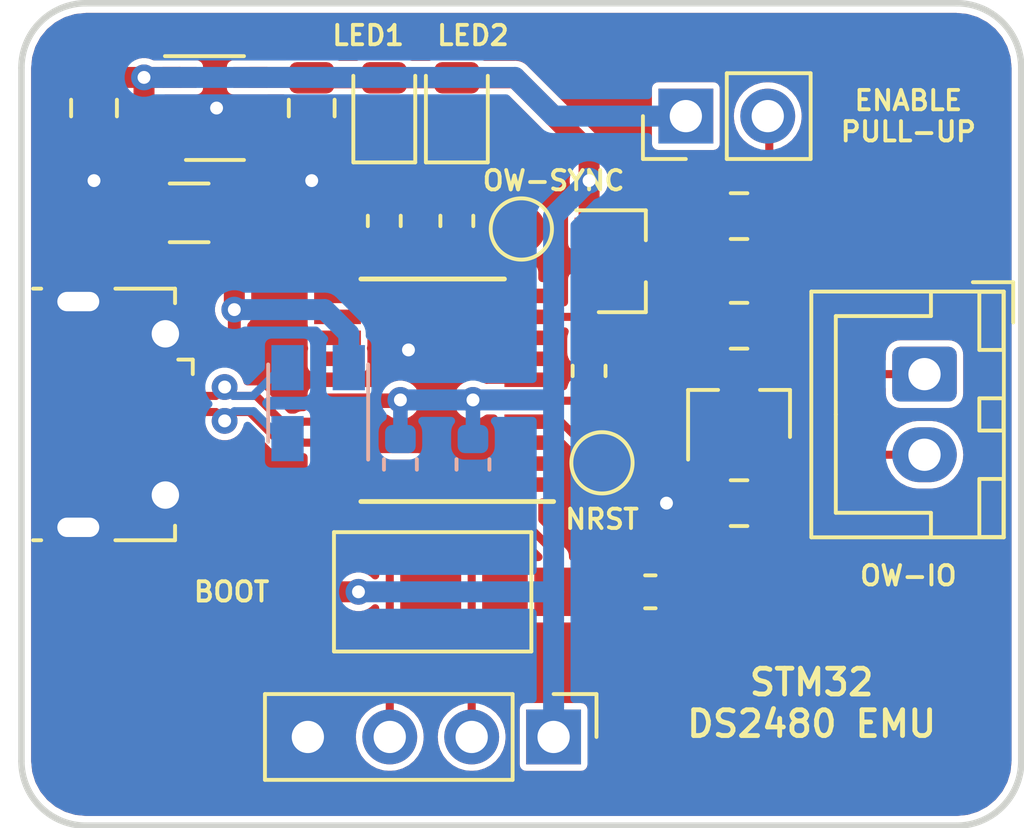
<source format=kicad_pcb>
(kicad_pcb (version 20171130) (host pcbnew "(5.1.0-70-g46d257dc6)")

  (general
    (thickness 1.6)
    (drawings 12)
    (tracks 174)
    (zones 0)
    (modules 26)
    (nets 21)
  )

  (page A4)
  (layers
    (0 F.Cu signal)
    (31 B.Cu signal)
    (32 B.Adhes user)
    (33 F.Adhes user)
    (34 B.Paste user)
    (35 F.Paste user)
    (36 B.SilkS user)
    (37 F.SilkS user)
    (38 B.Mask user)
    (39 F.Mask user)
    (40 Dwgs.User user)
    (41 Cmts.User user)
    (42 Eco1.User user)
    (43 Eco2.User user)
    (44 Edge.Cuts user)
    (45 Margin user)
    (46 B.CrtYd user)
    (47 F.CrtYd user)
    (48 B.Fab user hide)
    (49 F.Fab user hide)
  )

  (setup
    (last_trace_width 0.25)
    (trace_clearance 0.2)
    (zone_clearance 0.2)
    (zone_45_only no)
    (trace_min 0.2)
    (via_size 0.8)
    (via_drill 0.4)
    (via_min_size 0.4)
    (via_min_drill 0.3)
    (uvia_size 0.3)
    (uvia_drill 0.1)
    (uvias_allowed no)
    (uvia_min_size 0.2)
    (uvia_min_drill 0.1)
    (edge_width 0.05)
    (segment_width 0.2)
    (pcb_text_width 0.3)
    (pcb_text_size 1.5 1.5)
    (mod_edge_width 0.12)
    (mod_text_size 1 1)
    (mod_text_width 0.15)
    (pad_size 1.524 1.524)
    (pad_drill 0.762)
    (pad_to_mask_clearance 0.051)
    (solder_mask_min_width 0.25)
    (aux_axis_origin 0 0)
    (visible_elements FFFFFF7F)
    (pcbplotparams
      (layerselection 0x310fc_ffffffff)
      (usegerberextensions false)
      (usegerberattributes false)
      (usegerberadvancedattributes false)
      (creategerberjobfile false)
      (excludeedgelayer true)
      (linewidth 0.100000)
      (plotframeref false)
      (viasonmask false)
      (mode 1)
      (useauxorigin false)
      (hpglpennumber 1)
      (hpglpenspeed 20)
      (hpglpendiameter 15.000000)
      (psnegative false)
      (psa4output false)
      (plotreference true)
      (plotvalue true)
      (plotinvisibletext false)
      (padsonsilk false)
      (subtractmaskfromsilk false)
      (outputformat 1)
      (mirror false)
      (drillshape 0)
      (scaleselection 1)
      (outputdirectory "gerber"))
  )

  (net 0 "")
  (net 1 +5V)
  (net 2 GND)
  (net 3 +3V3)
  (net 4 /USB_P)
  (net 5 /USB_N)
  (net 6 /LED1)
  (net 7 /LED2)
  (net 8 /OW-5V)
  (net 9 /SYS_SWCLK)
  (net 10 /SYS_SWDIO)
  (net 11 "Net-(J4-Pad1)")
  (net 12 "Net-(J4-Pad2)")
  (net 13 /OW-3V3)
  (net 14 "Net-(TP1-Pad1)")
  (net 15 /OW-SYNC)
  (net 16 "Net-(D1-Pad4)")
  (net 17 "Net-(J3-Pad2)")
  (net 18 "Net-(D2-Pad1)")
  (net 19 "Net-(D3-Pad1)")
  (net 20 /BOOT)

  (net_class Default "This is the default net class."
    (clearance 0.2)
    (trace_width 0.25)
    (via_dia 0.8)
    (via_drill 0.4)
    (uvia_dia 0.3)
    (uvia_drill 0.1)
    (diff_pair_width 0.25)
    (diff_pair_gap 0.25)
    (add_net /BOOT)
    (add_net /LED1)
    (add_net /LED2)
    (add_net /OW-3V3)
    (add_net /OW-5V)
    (add_net /OW-SYNC)
    (add_net /SYS_SWCLK)
    (add_net /SYS_SWDIO)
    (add_net /USB_N)
    (add_net /USB_P)
    (add_net GND)
    (add_net "Net-(D1-Pad4)")
    (add_net "Net-(D2-Pad1)")
    (add_net "Net-(D3-Pad1)")
    (add_net "Net-(J3-Pad2)")
    (add_net "Net-(J4-Pad1)")
    (add_net "Net-(J4-Pad2)")
    (add_net "Net-(TP1-Pad1)")
  )

  (net_class POWER ""
    (clearance 0.2)
    (trace_width 0.65)
    (via_dia 0.8)
    (via_drill 0.4)
    (uvia_dia 0.3)
    (uvia_drill 0.1)
    (diff_pair_width 0.25)
    (diff_pair_gap 0.25)
    (add_net +3V3)
    (add_net +5V)
  )

  (module TestPoint:TestPoint_Pad_D1.5mm (layer F.Cu) (tedit 5A0F774F) (tstamp 5CAF1095)
    (at 128 79.5)
    (descr "SMD pad as test Point, diameter 1.5mm")
    (tags "test point SMD pad")
    (path /5CAF561B)
    (attr virtual)
    (fp_text reference TP2 (at 0 -1.648) (layer F.SilkS) hide
      (effects (font (size 1 1) (thickness 0.15)))
    )
    (fp_text value OW-SYNC (at 1 -1.5) (layer F.SilkS)
      (effects (font (size 0.6 0.6) (thickness 0.12)))
    )
    (fp_circle (center 0 0) (end 0 0.95) (layer F.SilkS) (width 0.12))
    (fp_circle (center 0 0) (end 1.25 0) (layer F.CrtYd) (width 0.05))
    (fp_text user %R (at 0 0) (layer F.Fab)
      (effects (font (size 0.6 0.6) (thickness 0.12)))
    )
    (pad 1 smd circle (at 0 0) (size 1.5 1.5) (layers F.Cu F.Mask)
      (net 15 /OW-SYNC))
  )

  (module TestPoint:TestPoint_Pad_D1.5mm (layer F.Cu) (tedit 5A0F774F) (tstamp 5CAE25BC)
    (at 130.5 86.75)
    (descr "SMD pad as test Point, diameter 1.5mm")
    (tags "test point SMD pad")
    (path /5CCC669F)
    (attr virtual)
    (fp_text reference TP1 (at 0 -1.648) (layer F.SilkS) hide
      (effects (font (size 1 1) (thickness 0.15)))
    )
    (fp_text value NRST (at 0 1.75) (layer F.SilkS)
      (effects (font (size 0.6 0.6) (thickness 0.12)))
    )
    (fp_circle (center 0 0) (end 0 0.95) (layer F.SilkS) (width 0.12))
    (fp_circle (center 0 0) (end 1.25 0) (layer F.CrtYd) (width 0.05))
    (fp_text user %R (at 0 0) (layer F.Fab)
      (effects (font (size 0.6 0.6) (thickness 0.12)))
    )
    (pad 1 smd circle (at 0 0) (size 1.5 1.5) (layers F.Cu F.Mask)
      (net 14 "Net-(TP1-Pad1)"))
  )

  (module Capacitor_SMD:C_0805_2012Metric placed (layer F.Cu) (tedit 5B36C52B) (tstamp 5CAF789A)
    (at 114.75 75.75 270)
    (descr "Capacitor SMD 0805 (2012 Metric), square (rectangular) end terminal, IPC_7351 nominal, (Body size source: https://docs.google.com/spreadsheets/d/1BsfQQcO9C6DZCsRaXUlFlo91Tg2WpOkGARC1WS5S8t0/edit?usp=sharing), generated with kicad-footprint-generator")
    (tags capacitor)
    (path /5CB93923)
    (attr smd)
    (fp_text reference C1 (at 0 -1.65 270) (layer F.SilkS) hide
      (effects (font (size 1 1) (thickness 0.15)))
    )
    (fp_text value 1uF (at 0 1.65 270) (layer F.Fab) hide
      (effects (font (size 1 1) (thickness 0.15)))
    )
    (fp_text user %R (at 0 0 270) (layer F.Fab)
      (effects (font (size 0.5 0.5) (thickness 0.08)))
    )
    (fp_line (start 1.68 0.95) (end -1.68 0.95) (layer F.CrtYd) (width 0.05))
    (fp_line (start 1.68 -0.95) (end 1.68 0.95) (layer F.CrtYd) (width 0.05))
    (fp_line (start -1.68 -0.95) (end 1.68 -0.95) (layer F.CrtYd) (width 0.05))
    (fp_line (start -1.68 0.95) (end -1.68 -0.95) (layer F.CrtYd) (width 0.05))
    (fp_line (start -0.258578 0.71) (end 0.258578 0.71) (layer F.SilkS) (width 0.12))
    (fp_line (start -0.258578 -0.71) (end 0.258578 -0.71) (layer F.SilkS) (width 0.12))
    (fp_line (start 1 0.6) (end -1 0.6) (layer F.Fab) (width 0.1))
    (fp_line (start 1 -0.6) (end 1 0.6) (layer F.Fab) (width 0.1))
    (fp_line (start -1 -0.6) (end 1 -0.6) (layer F.Fab) (width 0.1))
    (fp_line (start -1 0.6) (end -1 -0.6) (layer F.Fab) (width 0.1))
    (pad 2 smd roundrect (at 0.9375 0 270) (size 0.975 1.4) (layers F.Cu F.Paste F.Mask) (roundrect_rratio 0.25)
      (net 2 GND))
    (pad 1 smd roundrect (at -0.9375 0 270) (size 0.975 1.4) (layers F.Cu F.Paste F.Mask) (roundrect_rratio 0.25)
      (net 1 +5V))
    (model ${KISYS3DMOD}/Capacitor_SMD.3dshapes/C_0805_2012Metric.wrl
      (at (xyz 0 0 0))
      (scale (xyz 1 1 1))
      (rotate (xyz 0 0 0))
    )
  )

  (module Capacitor_SMD:C_0805_2012Metric placed (layer F.Cu) (tedit 5B36C52B) (tstamp 5CAE2405)
    (at 121.5 75.75 270)
    (descr "Capacitor SMD 0805 (2012 Metric), square (rectangular) end terminal, IPC_7351 nominal, (Body size source: https://docs.google.com/spreadsheets/d/1BsfQQcO9C6DZCsRaXUlFlo91Tg2WpOkGARC1WS5S8t0/edit?usp=sharing), generated with kicad-footprint-generator")
    (tags capacitor)
    (path /5CB96CE5)
    (attr smd)
    (fp_text reference C2 (at 0 -1.65 270) (layer F.SilkS) hide
      (effects (font (size 1 1) (thickness 0.15)))
    )
    (fp_text value 2.2uF (at 0 1.65 270) (layer F.Fab) hide
      (effects (font (size 1 1) (thickness 0.15)))
    )
    (fp_text user %R (at 0 0 270) (layer F.Fab)
      (effects (font (size 0.5 0.5) (thickness 0.08)))
    )
    (fp_line (start 1.68 0.95) (end -1.68 0.95) (layer F.CrtYd) (width 0.05))
    (fp_line (start 1.68 -0.95) (end 1.68 0.95) (layer F.CrtYd) (width 0.05))
    (fp_line (start -1.68 -0.95) (end 1.68 -0.95) (layer F.CrtYd) (width 0.05))
    (fp_line (start -1.68 0.95) (end -1.68 -0.95) (layer F.CrtYd) (width 0.05))
    (fp_line (start -0.258578 0.71) (end 0.258578 0.71) (layer F.SilkS) (width 0.12))
    (fp_line (start -0.258578 -0.71) (end 0.258578 -0.71) (layer F.SilkS) (width 0.12))
    (fp_line (start 1 0.6) (end -1 0.6) (layer F.Fab) (width 0.1))
    (fp_line (start 1 -0.6) (end 1 0.6) (layer F.Fab) (width 0.1))
    (fp_line (start -1 -0.6) (end 1 -0.6) (layer F.Fab) (width 0.1))
    (fp_line (start -1 0.6) (end -1 -0.6) (layer F.Fab) (width 0.1))
    (pad 2 smd roundrect (at 0.9375 0 270) (size 0.975 1.4) (layers F.Cu F.Paste F.Mask) (roundrect_rratio 0.25)
      (net 2 GND))
    (pad 1 smd roundrect (at -0.9375 0 270) (size 0.975 1.4) (layers F.Cu F.Paste F.Mask) (roundrect_rratio 0.25)
      (net 3 +3V3))
    (model ${KISYS3DMOD}/Capacitor_SMD.3dshapes/C_0805_2012Metric.wrl
      (at (xyz 0 0 0))
      (scale (xyz 1 1 1))
      (rotate (xyz 0 0 0))
    )
  )

  (module Capacitor_SMD:C_0603_1608Metric placed (layer B.Cu) (tedit 5B301BBE) (tstamp 5CAF8E71)
    (at 124.25 86.8 270)
    (descr "Capacitor SMD 0603 (1608 Metric), square (rectangular) end terminal, IPC_7351 nominal, (Body size source: http://www.tortai-tech.com/upload/download/2011102023233369053.pdf), generated with kicad-footprint-generator")
    (tags capacitor)
    (path /5CBA8D92)
    (attr smd)
    (fp_text reference C3 (at 0 1.43 270) (layer B.SilkS) hide
      (effects (font (size 1 1) (thickness 0.15)) (justify mirror))
    )
    (fp_text value 100nF (at 0 -1.43 270) (layer B.Fab) hide
      (effects (font (size 1 1) (thickness 0.15)) (justify mirror))
    )
    (fp_text user %R (at 0 0 270) (layer B.Fab)
      (effects (font (size 0.4 0.4) (thickness 0.06)) (justify mirror))
    )
    (fp_line (start 1.48 -0.73) (end -1.48 -0.73) (layer B.CrtYd) (width 0.05))
    (fp_line (start 1.48 0.73) (end 1.48 -0.73) (layer B.CrtYd) (width 0.05))
    (fp_line (start -1.48 0.73) (end 1.48 0.73) (layer B.CrtYd) (width 0.05))
    (fp_line (start -1.48 -0.73) (end -1.48 0.73) (layer B.CrtYd) (width 0.05))
    (fp_line (start -0.162779 -0.51) (end 0.162779 -0.51) (layer B.SilkS) (width 0.12))
    (fp_line (start -0.162779 0.51) (end 0.162779 0.51) (layer B.SilkS) (width 0.12))
    (fp_line (start 0.8 -0.4) (end -0.8 -0.4) (layer B.Fab) (width 0.1))
    (fp_line (start 0.8 0.4) (end 0.8 -0.4) (layer B.Fab) (width 0.1))
    (fp_line (start -0.8 0.4) (end 0.8 0.4) (layer B.Fab) (width 0.1))
    (fp_line (start -0.8 -0.4) (end -0.8 0.4) (layer B.Fab) (width 0.1))
    (pad 2 smd roundrect (at 0.7875 0 270) (size 0.875 0.95) (layers B.Cu B.Paste B.Mask) (roundrect_rratio 0.25)
      (net 2 GND))
    (pad 1 smd roundrect (at -0.7875 0 270) (size 0.875 0.95) (layers B.Cu B.Paste B.Mask) (roundrect_rratio 0.25)
      (net 3 +3V3))
    (model ${KISYS3DMOD}/Capacitor_SMD.3dshapes/C_0603_1608Metric.wrl
      (at (xyz 0 0 0))
      (scale (xyz 1 1 1))
      (rotate (xyz 0 0 0))
    )
  )

  (module Capacitor_SMD:C_0603_1608Metric placed (layer B.Cu) (tedit 5B301BBE) (tstamp 5CAE2427)
    (at 126.5 86.8 270)
    (descr "Capacitor SMD 0603 (1608 Metric), square (rectangular) end terminal, IPC_7351 nominal, (Body size source: http://www.tortai-tech.com/upload/download/2011102023233369053.pdf), generated with kicad-footprint-generator")
    (tags capacitor)
    (path /5CBAF86C)
    (attr smd)
    (fp_text reference C4 (at 0 1.43 270) (layer B.SilkS) hide
      (effects (font (size 1 1) (thickness 0.15)) (justify mirror))
    )
    (fp_text value 100nF (at 0 -1.43 270) (layer B.Fab) hide
      (effects (font (size 1 1) (thickness 0.15)) (justify mirror))
    )
    (fp_text user %R (at 0 0 270) (layer B.Fab)
      (effects (font (size 0.4 0.4) (thickness 0.06)) (justify mirror))
    )
    (fp_line (start 1.48 -0.73) (end -1.48 -0.73) (layer B.CrtYd) (width 0.05))
    (fp_line (start 1.48 0.73) (end 1.48 -0.73) (layer B.CrtYd) (width 0.05))
    (fp_line (start -1.48 0.73) (end 1.48 0.73) (layer B.CrtYd) (width 0.05))
    (fp_line (start -1.48 -0.73) (end -1.48 0.73) (layer B.CrtYd) (width 0.05))
    (fp_line (start -0.162779 -0.51) (end 0.162779 -0.51) (layer B.SilkS) (width 0.12))
    (fp_line (start -0.162779 0.51) (end 0.162779 0.51) (layer B.SilkS) (width 0.12))
    (fp_line (start 0.8 -0.4) (end -0.8 -0.4) (layer B.Fab) (width 0.1))
    (fp_line (start 0.8 0.4) (end 0.8 -0.4) (layer B.Fab) (width 0.1))
    (fp_line (start -0.8 0.4) (end 0.8 0.4) (layer B.Fab) (width 0.1))
    (fp_line (start -0.8 -0.4) (end -0.8 0.4) (layer B.Fab) (width 0.1))
    (pad 2 smd roundrect (at 0.7875 0 270) (size 0.875 0.95) (layers B.Cu B.Paste B.Mask) (roundrect_rratio 0.25)
      (net 2 GND))
    (pad 1 smd roundrect (at -0.7875 0 270) (size 0.875 0.95) (layers B.Cu B.Paste B.Mask) (roundrect_rratio 0.25)
      (net 3 +3V3))
    (model ${KISYS3DMOD}/Capacitor_SMD.3dshapes/C_0603_1608Metric.wrl
      (at (xyz 0 0 0))
      (scale (xyz 1 1 1))
      (rotate (xyz 0 0 0))
    )
  )

  (module Package_TO_SOT_SMD:SOT-143 placed (layer B.Cu) (tedit 5A02FF57) (tstamp 5CAE243B)
    (at 121.7 84.9 90)
    (descr SOT-143)
    (tags SOT-143)
    (path /5CB5E302)
    (attr smd)
    (fp_text reference D1 (at 0.02 2.38 90) (layer B.SilkS) hide
      (effects (font (size 1 1) (thickness 0.15)) (justify mirror))
    )
    (fp_text value SP0503BAHT (at -0.28 -2.48 90) (layer B.Fab) hide
      (effects (font (size 1 1) (thickness 0.15)) (justify mirror))
    )
    (fp_line (start -2.05 -1.75) (end -2.05 1.75) (layer B.CrtYd) (width 0.05))
    (fp_line (start -2.05 -1.75) (end 2.05 -1.75) (layer B.CrtYd) (width 0.05))
    (fp_line (start 2.05 1.75) (end -2.05 1.75) (layer B.CrtYd) (width 0.05))
    (fp_line (start 2.05 1.75) (end 2.05 -1.75) (layer B.CrtYd) (width 0.05))
    (fp_line (start 1.2 1.5) (end 1.2 -1.5) (layer B.Fab) (width 0.1))
    (fp_line (start 1.2 -1.5) (end -1.2 -1.5) (layer B.Fab) (width 0.1))
    (fp_line (start -1.2 -1.5) (end -1.2 1) (layer B.Fab) (width 0.1))
    (fp_line (start -0.7 1.5) (end 1.2 1.5) (layer B.Fab) (width 0.1))
    (fp_line (start -1.2 1) (end -0.7 1.5) (layer B.Fab) (width 0.1))
    (fp_line (start 1.2 1.55) (end -1.75 1.55) (layer B.SilkS) (width 0.12))
    (fp_line (start -1.2 -1.55) (end 1.2 -1.55) (layer B.SilkS) (width 0.12))
    (fp_text user %R (at 0 0) (layer B.Fab)
      (effects (font (size 0.5 0.5) (thickness 0.075)) (justify mirror))
    )
    (pad 4 smd rect (at 1.1 0.95 180) (size 1 1.4) (layers B.Cu B.Paste B.Mask)
      (net 16 "Net-(D1-Pad4)"))
    (pad 3 smd rect (at 1.1 -0.95 180) (size 1 1.4) (layers B.Cu B.Paste B.Mask)
      (net 5 /USB_N))
    (pad 2 smd rect (at -1.1 -0.95 180) (size 1 1.4) (layers B.Cu B.Paste B.Mask)
      (net 4 /USB_P))
    (pad 1 smd rect (at -1.1 0.77 180) (size 1.2 1.4) (layers B.Cu B.Paste B.Mask)
      (net 2 GND))
    (model ${KISYS3DMOD}/Package_TO_SOT_SMD.3dshapes/SOT-143.wrl
      (at (xyz 0 0 0))
      (scale (xyz 1 1 1))
      (rotate (xyz 0 0 0))
    )
  )

  (module LED_SMD:LED_0805_2012Metric placed (layer F.Cu) (tedit 5B36C52C) (tstamp 5CAF6E26)
    (at 123.75 75.75 90)
    (descr "LED SMD 0805 (2012 Metric), square (rectangular) end terminal, IPC_7351 nominal, (Body size source: https://docs.google.com/spreadsheets/d/1BsfQQcO9C6DZCsRaXUlFlo91Tg2WpOkGARC1WS5S8t0/edit?usp=sharing), generated with kicad-footprint-generator")
    (tags diode)
    (path /5CCF8464)
    (attr smd)
    (fp_text reference D2 (at 0 -1.65 90) (layer F.SilkS) hide
      (effects (font (size 1 1) (thickness 0.15)))
    )
    (fp_text value LED1 (at 2.25 -0.5 180) (layer F.SilkS)
      (effects (font (size 0.6 0.6) (thickness 0.12)))
    )
    (fp_text user %R (at 0 0 90) (layer F.Fab)
      (effects (font (size 0.5 0.5) (thickness 0.08)))
    )
    (fp_line (start 1.68 0.95) (end -1.68 0.95) (layer F.CrtYd) (width 0.05))
    (fp_line (start 1.68 -0.95) (end 1.68 0.95) (layer F.CrtYd) (width 0.05))
    (fp_line (start -1.68 -0.95) (end 1.68 -0.95) (layer F.CrtYd) (width 0.05))
    (fp_line (start -1.68 0.95) (end -1.68 -0.95) (layer F.CrtYd) (width 0.05))
    (fp_line (start -1.685 0.96) (end 1 0.96) (layer F.SilkS) (width 0.12))
    (fp_line (start -1.685 -0.96) (end -1.685 0.96) (layer F.SilkS) (width 0.12))
    (fp_line (start 1 -0.96) (end -1.685 -0.96) (layer F.SilkS) (width 0.12))
    (fp_line (start 1 0.6) (end 1 -0.6) (layer F.Fab) (width 0.1))
    (fp_line (start -1 0.6) (end 1 0.6) (layer F.Fab) (width 0.1))
    (fp_line (start -1 -0.3) (end -1 0.6) (layer F.Fab) (width 0.1))
    (fp_line (start -0.7 -0.6) (end -1 -0.3) (layer F.Fab) (width 0.1))
    (fp_line (start 1 -0.6) (end -0.7 -0.6) (layer F.Fab) (width 0.1))
    (pad 2 smd roundrect (at 0.9375 0 90) (size 0.975 1.4) (layers F.Cu F.Paste F.Mask) (roundrect_rratio 0.25)
      (net 3 +3V3))
    (pad 1 smd roundrect (at -0.9375 0 90) (size 0.975 1.4) (layers F.Cu F.Paste F.Mask) (roundrect_rratio 0.25)
      (net 18 "Net-(D2-Pad1)"))
    (model ${KISYS3DMOD}/LED_SMD.3dshapes/LED_0805_2012Metric.wrl
      (at (xyz 0 0 0))
      (scale (xyz 1 1 1))
      (rotate (xyz 0 0 0))
    )
  )

  (module LED_SMD:LED_0805_2012Metric placed (layer F.Cu) (tedit 5B36C52C) (tstamp 5CBDDC15)
    (at 126 75.75 90)
    (descr "LED SMD 0805 (2012 Metric), square (rectangular) end terminal, IPC_7351 nominal, (Body size source: https://docs.google.com/spreadsheets/d/1BsfQQcO9C6DZCsRaXUlFlo91Tg2WpOkGARC1WS5S8t0/edit?usp=sharing), generated with kicad-footprint-generator")
    (tags diode)
    (path /5CD005A0)
    (attr smd)
    (fp_text reference D3 (at 0 -1.65 90) (layer F.SilkS) hide
      (effects (font (size 1 1) (thickness 0.15)))
    )
    (fp_text value LED2 (at 2.25 0.5 180) (layer F.SilkS)
      (effects (font (size 0.6 0.6) (thickness 0.12)))
    )
    (fp_text user %R (at 0 0 90) (layer F.Fab)
      (effects (font (size 0.5 0.5) (thickness 0.08)))
    )
    (fp_line (start 1.68 0.95) (end -1.68 0.95) (layer F.CrtYd) (width 0.05))
    (fp_line (start 1.68 -0.95) (end 1.68 0.95) (layer F.CrtYd) (width 0.05))
    (fp_line (start -1.68 -0.95) (end 1.68 -0.95) (layer F.CrtYd) (width 0.05))
    (fp_line (start -1.68 0.95) (end -1.68 -0.95) (layer F.CrtYd) (width 0.05))
    (fp_line (start -1.685 0.96) (end 1 0.96) (layer F.SilkS) (width 0.12))
    (fp_line (start -1.685 -0.96) (end -1.685 0.96) (layer F.SilkS) (width 0.12))
    (fp_line (start 1 -0.96) (end -1.685 -0.96) (layer F.SilkS) (width 0.12))
    (fp_line (start 1 0.6) (end 1 -0.6) (layer F.Fab) (width 0.1))
    (fp_line (start -1 0.6) (end 1 0.6) (layer F.Fab) (width 0.1))
    (fp_line (start -1 -0.3) (end -1 0.6) (layer F.Fab) (width 0.1))
    (fp_line (start -0.7 -0.6) (end -1 -0.3) (layer F.Fab) (width 0.1))
    (fp_line (start 1 -0.6) (end -0.7 -0.6) (layer F.Fab) (width 0.1))
    (pad 2 smd roundrect (at 0.9375 0 90) (size 0.975 1.4) (layers F.Cu F.Paste F.Mask) (roundrect_rratio 0.25)
      (net 3 +3V3))
    (pad 1 smd roundrect (at -0.9375 0 90) (size 0.975 1.4) (layers F.Cu F.Paste F.Mask) (roundrect_rratio 0.25)
      (net 19 "Net-(D3-Pad1)"))
    (model ${KISYS3DMOD}/LED_SMD.3dshapes/LED_0805_2012Metric.wrl
      (at (xyz 0 0 0))
      (scale (xyz 1 1 1))
      (rotate (xyz 0 0 0))
    )
  )

  (module Diode_SMD:D_SOT-23_ANK placed (layer F.Cu) (tedit 587CCEF9) (tstamp 5CAE247B)
    (at 134.75 85.25 90)
    (descr "SOT-23, Single Diode")
    (tags SOT-23)
    (path /5CAD732E)
    (attr smd)
    (fp_text reference D4 (at 0 -2.5 90) (layer F.SilkS) hide
      (effects (font (size 1 1) (thickness 0.15)))
    )
    (fp_text value 5.1V (at 0 2.5 90) (layer F.Fab) hide
      (effects (font (size 1 1) (thickness 0.15)))
    )
    (fp_line (start 0.76 1.58) (end -0.7 1.58) (layer F.SilkS) (width 0.12))
    (fp_line (start -0.7 -1.52) (end -0.7 1.52) (layer F.Fab) (width 0.1))
    (fp_line (start -0.7 -1.52) (end 0.7 -1.52) (layer F.Fab) (width 0.1))
    (fp_line (start 0.76 -1.58) (end -1.4 -1.58) (layer F.SilkS) (width 0.12))
    (fp_line (start -1.7 1.75) (end -1.7 -1.75) (layer F.CrtYd) (width 0.05))
    (fp_line (start 1.7 1.75) (end -1.7 1.75) (layer F.CrtYd) (width 0.05))
    (fp_line (start 1.7 -1.75) (end 1.7 1.75) (layer F.CrtYd) (width 0.05))
    (fp_line (start -1.7 -1.75) (end 1.7 -1.75) (layer F.CrtYd) (width 0.05))
    (fp_line (start -0.7 1.52) (end 0.7 1.52) (layer F.Fab) (width 0.1))
    (fp_line (start 0.7 -1.52) (end 0.7 1.52) (layer F.Fab) (width 0.1))
    (fp_line (start 0.76 -1.58) (end 0.76 -0.65) (layer F.SilkS) (width 0.12))
    (fp_line (start 0.76 1.58) (end 0.76 0.65) (layer F.SilkS) (width 0.12))
    (fp_line (start 0.15 -0.65) (end 0.15 -0.25) (layer F.Fab) (width 0.1))
    (fp_line (start 0.15 -0.45) (end 0.4 -0.45) (layer F.Fab) (width 0.1))
    (fp_line (start 0.15 -0.45) (end -0.15 -0.65) (layer F.Fab) (width 0.1))
    (fp_line (start -0.15 -0.65) (end -0.15 -0.25) (layer F.Fab) (width 0.1))
    (fp_line (start -0.15 -0.25) (end 0.15 -0.45) (layer F.Fab) (width 0.1))
    (fp_line (start -0.15 -0.45) (end -0.4 -0.45) (layer F.Fab) (width 0.1))
    (fp_text user %R (at 0.024999 0.774999 180) (layer F.Fab)
      (effects (font (size 0.6 0.6) (thickness 0.12)))
    )
    (pad 1 smd rect (at 1 0 90) (size 0.9 0.8) (layers F.Cu F.Paste F.Mask)
      (net 8 /OW-5V))
    (pad "" smd rect (at -1 0.95 90) (size 0.9 0.8) (layers F.Cu F.Paste F.Mask))
    (pad 2 smd rect (at -1 -0.95 90) (size 0.9 0.8) (layers F.Cu F.Paste F.Mask)
      (net 2 GND))
    (model ${KISYS3DMOD}/Diode_SMD.3dshapes/D_SOT-23.wrl
      (at (xyz 0 0 0))
      (scale (xyz 1 1 1))
      (rotate (xyz 0 0 0))
    )
  )

  (module Fuse:Fuse_1206_3216Metric placed (layer F.Cu) (tedit 5B301BBE) (tstamp 5CAE248C)
    (at 117.7 79)
    (descr "Fuse SMD 1206 (3216 Metric), square (rectangular) end terminal, IPC_7351 nominal, (Body size source: http://www.tortai-tech.com/upload/download/2011102023233369053.pdf), generated with kicad-footprint-generator")
    (tags resistor)
    (path /5CB6BBAF)
    (attr smd)
    (fp_text reference F1 (at 0 -1.82) (layer F.SilkS) hide
      (effects (font (size 1 1) (thickness 0.15)))
    )
    (fp_text value Polyfuse (at 0 1.82) (layer F.Fab) hide
      (effects (font (size 1 1) (thickness 0.15)))
    )
    (fp_text user %R (at 0 0) (layer F.Fab)
      (effects (font (size 0.8 0.8) (thickness 0.12)))
    )
    (fp_line (start 2.28 1.12) (end -2.28 1.12) (layer F.CrtYd) (width 0.05))
    (fp_line (start 2.28 -1.12) (end 2.28 1.12) (layer F.CrtYd) (width 0.05))
    (fp_line (start -2.28 -1.12) (end 2.28 -1.12) (layer F.CrtYd) (width 0.05))
    (fp_line (start -2.28 1.12) (end -2.28 -1.12) (layer F.CrtYd) (width 0.05))
    (fp_line (start -0.602064 0.91) (end 0.602064 0.91) (layer F.SilkS) (width 0.12))
    (fp_line (start -0.602064 -0.91) (end 0.602064 -0.91) (layer F.SilkS) (width 0.12))
    (fp_line (start 1.6 0.8) (end -1.6 0.8) (layer F.Fab) (width 0.1))
    (fp_line (start 1.6 -0.8) (end 1.6 0.8) (layer F.Fab) (width 0.1))
    (fp_line (start -1.6 -0.8) (end 1.6 -0.8) (layer F.Fab) (width 0.1))
    (fp_line (start -1.6 0.8) (end -1.6 -0.8) (layer F.Fab) (width 0.1))
    (pad 2 smd roundrect (at 1.4 0) (size 1.25 1.75) (layers F.Cu F.Paste F.Mask) (roundrect_rratio 0.2)
      (net 16 "Net-(D1-Pad4)"))
    (pad 1 smd roundrect (at -1.4 0) (size 1.25 1.75) (layers F.Cu F.Paste F.Mask) (roundrect_rratio 0.2)
      (net 1 +5V))
    (model ${KISYS3DMOD}/Fuse.3dshapes/Fuse_1206_3216Metric.wrl
      (at (xyz 0 0 0))
      (scale (xyz 1 1 1))
      (rotate (xyz 0 0 0))
    )
  )

  (module Connector_USB:USB_Micro-B_Molex-105017-0001 (layer F.Cu) (tedit 5A1DC0BE) (tstamp 5CAFBDDD)
    (at 115.5 85.25 270)
    (descr http://www.molex.com/pdm_docs/sd/1050170001_sd.pdf)
    (tags "Micro-USB SMD Typ-B")
    (path /5CB5F1D0)
    (attr smd)
    (fp_text reference J1 (at 0 -3.1125 270) (layer F.SilkS) hide
      (effects (font (size 1 1) (thickness 0.15)))
    )
    (fp_text value USB_B_Micro (at 0.3 4.3375 270) (layer F.Fab) hide
      (effects (font (size 1 1) (thickness 0.15)))
    )
    (fp_text user "PCB Edge" (at 0 2.6875 270) (layer Dwgs.User)
      (effects (font (size 0.5 0.5) (thickness 0.08)))
    )
    (fp_text user %R (at 0 0.8875 270) (layer F.Fab)
      (effects (font (size 1 1) (thickness 0.15)))
    )
    (fp_line (start -4.4 3.64) (end 4.4 3.64) (layer F.CrtYd) (width 0.05))
    (fp_line (start 4.4 -2.46) (end 4.4 3.64) (layer F.CrtYd) (width 0.05))
    (fp_line (start -4.4 -2.46) (end 4.4 -2.46) (layer F.CrtYd) (width 0.05))
    (fp_line (start -4.4 3.64) (end -4.4 -2.46) (layer F.CrtYd) (width 0.05))
    (fp_line (start -3.9 -1.7625) (end -3.45 -1.7625) (layer F.SilkS) (width 0.12))
    (fp_line (start -3.9 0.0875) (end -3.9 -1.7625) (layer F.SilkS) (width 0.12))
    (fp_line (start 3.9 2.6375) (end 3.9 2.3875) (layer F.SilkS) (width 0.12))
    (fp_line (start 3.75 3.3875) (end 3.75 -1.6125) (layer F.Fab) (width 0.1))
    (fp_line (start -3 2.689204) (end 3 2.689204) (layer F.Fab) (width 0.1))
    (fp_line (start -3.75 3.389204) (end 3.75 3.389204) (layer F.Fab) (width 0.1))
    (fp_line (start -3.75 -1.6125) (end 3.75 -1.6125) (layer F.Fab) (width 0.1))
    (fp_line (start -3.75 3.3875) (end -3.75 -1.6125) (layer F.Fab) (width 0.1))
    (fp_line (start -3.9 2.6375) (end -3.9 2.3875) (layer F.SilkS) (width 0.12))
    (fp_line (start 3.9 0.0875) (end 3.9 -1.7625) (layer F.SilkS) (width 0.12))
    (fp_line (start 3.9 -1.7625) (end 3.45 -1.7625) (layer F.SilkS) (width 0.12))
    (fp_line (start -1.7 -2.3125) (end -1.25 -2.3125) (layer F.SilkS) (width 0.12))
    (fp_line (start -1.7 -2.3125) (end -1.7 -1.8625) (layer F.SilkS) (width 0.12))
    (fp_line (start -1.3 -1.7125) (end -1.5 -1.9125) (layer F.Fab) (width 0.1))
    (fp_line (start -1.1 -1.9125) (end -1.3 -1.7125) (layer F.Fab) (width 0.1))
    (fp_line (start -1.5 -2.1225) (end -1.1 -2.1225) (layer F.Fab) (width 0.1))
    (fp_line (start -1.5 -2.1225) (end -1.5 -1.9125) (layer F.Fab) (width 0.1))
    (fp_line (start -1.1 -2.1225) (end -1.1 -1.9125) (layer F.Fab) (width 0.1))
    (pad 6 smd rect (at 1 1.2375 270) (size 1.5 1.9) (layers F.Cu F.Paste F.Mask)
      (net 2 GND))
    (pad 6 thru_hole circle (at -2.5 -1.4625 270) (size 1.45 1.45) (drill 0.85) (layers *.Cu *.Mask)
      (net 2 GND))
    (pad 2 smd rect (at -0.65 -1.4625 270) (size 0.4 1.35) (layers F.Cu F.Paste F.Mask)
      (net 5 /USB_N))
    (pad 1 smd rect (at -1.3 -1.4625 270) (size 0.4 1.35) (layers F.Cu F.Paste F.Mask)
      (net 16 "Net-(D1-Pad4)"))
    (pad 5 smd rect (at 1.3 -1.4625 270) (size 0.4 1.35) (layers F.Cu F.Paste F.Mask)
      (net 2 GND))
    (pad 4 smd rect (at 0.65 -1.4625 270) (size 0.4 1.35) (layers F.Cu F.Paste F.Mask))
    (pad 3 smd rect (at 0 -1.4625 270) (size 0.4 1.35) (layers F.Cu F.Paste F.Mask)
      (net 4 /USB_P))
    (pad 6 thru_hole circle (at 2.5 -1.4625 270) (size 1.45 1.45) (drill 0.85) (layers *.Cu *.Mask)
      (net 2 GND))
    (pad 6 smd rect (at -1 1.2375 270) (size 1.5 1.9) (layers F.Cu F.Paste F.Mask)
      (net 2 GND))
    (pad 6 thru_hole oval (at -3.5 1.2375 90) (size 1.2 1.9) (drill oval 0.6 1.3) (layers *.Cu *.Mask)
      (net 2 GND))
    (pad 6 thru_hole oval (at 3.5 1.2375 270) (size 1.2 1.9) (drill oval 0.6 1.3) (layers *.Cu *.Mask)
      (net 2 GND))
    (pad 6 smd rect (at 2.9 1.2375 270) (size 1.2 1.9) (layers F.Cu F.Mask)
      (net 2 GND))
    (pad 6 smd rect (at -2.9 1.2375 270) (size 1.2 1.9) (layers F.Cu F.Mask)
      (net 2 GND))
    (model ${KISYS3DMOD}/Connector_USB.3dshapes/USB_Micro-B_Molex-105017-0001.wrl
      (at (xyz 0 0 0))
      (scale (xyz 1 1 1))
      (rotate (xyz 0 0 0))
    )
  )

  (module Connector_PinHeader_2.54mm:PinHeader_1x04_P2.54mm_Vertical placed (layer F.Cu) (tedit 59FED5CC) (tstamp 5CCC3734)
    (at 129 95.25 270)
    (descr "Through hole straight pin header, 1x04, 2.54mm pitch, single row")
    (tags "Through hole pin header THT 1x04 2.54mm single row")
    (path /5CCA7536)
    (fp_text reference J2 (at 0 -2.33 270) (layer F.SilkS) hide
      (effects (font (size 1 1) (thickness 0.15)))
    )
    (fp_text value SWD (at 0 9.95 270) (layer F.Fab) hide
      (effects (font (size 1 1) (thickness 0.15)))
    )
    (fp_text user %R (at 0 3.81) (layer F.Fab)
      (effects (font (size 1 1) (thickness 0.15)))
    )
    (fp_line (start 1.8 -1.8) (end -1.8 -1.8) (layer F.CrtYd) (width 0.05))
    (fp_line (start 1.8 9.4) (end 1.8 -1.8) (layer F.CrtYd) (width 0.05))
    (fp_line (start -1.8 9.4) (end 1.8 9.4) (layer F.CrtYd) (width 0.05))
    (fp_line (start -1.8 -1.8) (end -1.8 9.4) (layer F.CrtYd) (width 0.05))
    (fp_line (start -1.33 -1.33) (end 0 -1.33) (layer F.SilkS) (width 0.12))
    (fp_line (start -1.33 0) (end -1.33 -1.33) (layer F.SilkS) (width 0.12))
    (fp_line (start -1.33 1.27) (end 1.33 1.27) (layer F.SilkS) (width 0.12))
    (fp_line (start 1.33 1.27) (end 1.33 8.95) (layer F.SilkS) (width 0.12))
    (fp_line (start -1.33 1.27) (end -1.33 8.95) (layer F.SilkS) (width 0.12))
    (fp_line (start -1.33 8.95) (end 1.33 8.95) (layer F.SilkS) (width 0.12))
    (fp_line (start -1.27 -0.635) (end -0.635 -1.27) (layer F.Fab) (width 0.1))
    (fp_line (start -1.27 8.89) (end -1.27 -0.635) (layer F.Fab) (width 0.1))
    (fp_line (start 1.27 8.89) (end -1.27 8.89) (layer F.Fab) (width 0.1))
    (fp_line (start 1.27 -1.27) (end 1.27 8.89) (layer F.Fab) (width 0.1))
    (fp_line (start -0.635 -1.27) (end 1.27 -1.27) (layer F.Fab) (width 0.1))
    (pad 4 thru_hole oval (at 0 7.62 270) (size 1.7 1.7) (drill 1) (layers *.Cu *.Mask)
      (net 2 GND))
    (pad 3 thru_hole oval (at 0 5.08 270) (size 1.7 1.7) (drill 1) (layers *.Cu *.Mask)
      (net 9 /SYS_SWCLK))
    (pad 2 thru_hole oval (at 0 2.54 270) (size 1.7 1.7) (drill 1) (layers *.Cu *.Mask)
      (net 10 /SYS_SWDIO))
    (pad 1 thru_hole rect (at 0 0 270) (size 1.7 1.7) (drill 1) (layers *.Cu *.Mask)
      (net 3 +3V3))
    (model ${KISYS3DMOD}/Connector_PinHeader_2.54mm.3dshapes/PinHeader_1x04_P2.54mm_Vertical.wrl
      (at (xyz 0 0 0))
      (scale (xyz 1 1 1))
      (rotate (xyz 0 0 0))
    )
  )

  (module Connector_PinHeader_2.54mm:PinHeader_1x02_P2.54mm_Vertical placed (layer F.Cu) (tedit 59FED5CC) (tstamp 5CAF823B)
    (at 133.1 76 90)
    (descr "Through hole straight pin header, 1x02, 2.54mm pitch, single row")
    (tags "Through hole pin header THT 1x02 2.54mm single row")
    (path /5CAD96D7)
    (fp_text reference J3 (at 0 -2.33 90) (layer F.SilkS) hide
      (effects (font (size 1 1) (thickness 0.15)))
    )
    (fp_text value Pull-Up (at 0 4.87 90) (layer F.Fab) hide
      (effects (font (size 1 1) (thickness 0.15)))
    )
    (fp_text user %R (at 0 1.27 180) (layer F.Fab)
      (effects (font (size 1 1) (thickness 0.15)))
    )
    (fp_line (start 1.8 -1.8) (end -1.8 -1.8) (layer F.CrtYd) (width 0.05))
    (fp_line (start 1.8 4.35) (end 1.8 -1.8) (layer F.CrtYd) (width 0.05))
    (fp_line (start -1.8 4.35) (end 1.8 4.35) (layer F.CrtYd) (width 0.05))
    (fp_line (start -1.8 -1.8) (end -1.8 4.35) (layer F.CrtYd) (width 0.05))
    (fp_line (start -1.33 -1.33) (end 0 -1.33) (layer F.SilkS) (width 0.12))
    (fp_line (start -1.33 0) (end -1.33 -1.33) (layer F.SilkS) (width 0.12))
    (fp_line (start -1.33 1.27) (end 1.33 1.27) (layer F.SilkS) (width 0.12))
    (fp_line (start 1.33 1.27) (end 1.33 3.87) (layer F.SilkS) (width 0.12))
    (fp_line (start -1.33 1.27) (end -1.33 3.87) (layer F.SilkS) (width 0.12))
    (fp_line (start -1.33 3.87) (end 1.33 3.87) (layer F.SilkS) (width 0.12))
    (fp_line (start -1.27 -0.635) (end -0.635 -1.27) (layer F.Fab) (width 0.1))
    (fp_line (start -1.27 3.81) (end -1.27 -0.635) (layer F.Fab) (width 0.1))
    (fp_line (start 1.27 3.81) (end -1.27 3.81) (layer F.Fab) (width 0.1))
    (fp_line (start 1.27 -1.27) (end 1.27 3.81) (layer F.Fab) (width 0.1))
    (fp_line (start -0.635 -1.27) (end 1.27 -1.27) (layer F.Fab) (width 0.1))
    (pad 2 thru_hole oval (at 0 2.54 90) (size 1.7 1.7) (drill 1) (layers *.Cu *.Mask)
      (net 17 "Net-(J3-Pad2)"))
    (pad 1 thru_hole rect (at 0 0 90) (size 1.7 1.7) (drill 1) (layers *.Cu *.Mask)
      (net 1 +5V))
    (model ${KISYS3DMOD}/Connector_PinHeader_2.54mm.3dshapes/PinHeader_1x02_P2.54mm_Vertical.wrl
      (at (xyz 0 0 0))
      (scale (xyz 1 1 1))
      (rotate (xyz 0 0 0))
    )
  )

  (module Package_TO_SOT_SMD:SOT-23 placed (layer F.Cu) (tedit 5A02FF57) (tstamp 5CAE2522)
    (at 131.1 80.5)
    (descr "SOT-23, Standard")
    (tags SOT-23)
    (path /5CAD36AD)
    (attr smd)
    (fp_text reference Q1 (at 0 -2.5) (layer F.SilkS) hide
      (effects (font (size 1 1) (thickness 0.15)))
    )
    (fp_text value SI2302CDS (at 0 2.5) (layer F.Fab) hide
      (effects (font (size 1 1) (thickness 0.15)))
    )
    (fp_line (start 0.76 1.58) (end -0.7 1.58) (layer F.SilkS) (width 0.12))
    (fp_line (start 0.76 -1.58) (end -1.4 -1.58) (layer F.SilkS) (width 0.12))
    (fp_line (start -1.7 1.75) (end -1.7 -1.75) (layer F.CrtYd) (width 0.05))
    (fp_line (start 1.7 1.75) (end -1.7 1.75) (layer F.CrtYd) (width 0.05))
    (fp_line (start 1.7 -1.75) (end 1.7 1.75) (layer F.CrtYd) (width 0.05))
    (fp_line (start -1.7 -1.75) (end 1.7 -1.75) (layer F.CrtYd) (width 0.05))
    (fp_line (start 0.76 -1.58) (end 0.76 -0.65) (layer F.SilkS) (width 0.12))
    (fp_line (start 0.76 1.58) (end 0.76 0.65) (layer F.SilkS) (width 0.12))
    (fp_line (start -0.7 1.52) (end 0.7 1.52) (layer F.Fab) (width 0.1))
    (fp_line (start 0.7 -1.52) (end 0.7 1.52) (layer F.Fab) (width 0.1))
    (fp_line (start -0.7 -0.95) (end -0.15 -1.52) (layer F.Fab) (width 0.1))
    (fp_line (start -0.15 -1.52) (end 0.7 -1.52) (layer F.Fab) (width 0.1))
    (fp_line (start -0.7 -0.95) (end -0.7 1.5) (layer F.Fab) (width 0.1))
    (fp_text user %R (at 0 0 90) (layer F.Fab)
      (effects (font (size 0.5 0.5) (thickness 0.075)))
    )
    (pad 3 smd rect (at 1 0) (size 0.9 0.8) (layers F.Cu F.Paste F.Mask)
      (net 8 /OW-5V))
    (pad 2 smd rect (at -1 0.95) (size 0.9 0.8) (layers F.Cu F.Paste F.Mask)
      (net 13 /OW-3V3))
    (pad 1 smd rect (at -1 -0.95) (size 0.9 0.8) (layers F.Cu F.Paste F.Mask)
      (net 3 +3V3))
    (model ${KISYS3DMOD}/Package_TO_SOT_SMD.3dshapes/SOT-23.wrl
      (at (xyz 0 0 0))
      (scale (xyz 1 1 1))
      (rotate (xyz 0 0 0))
    )
  )

  (module Resistor_SMD:R_0603_1608Metric placed (layer F.Cu) (tedit 5B301BBD) (tstamp 5CAE2533)
    (at 132 90.75)
    (descr "Resistor SMD 0603 (1608 Metric), square (rectangular) end terminal, IPC_7351 nominal, (Body size source: http://www.tortai-tech.com/upload/download/2011102023233369053.pdf), generated with kicad-footprint-generator")
    (tags resistor)
    (path /5CB1151A)
    (attr smd)
    (fp_text reference R1 (at 0 -1.43) (layer F.SilkS) hide
      (effects (font (size 1 1) (thickness 0.15)))
    )
    (fp_text value 10K (at 0 1.43) (layer F.Fab) hide
      (effects (font (size 1 1) (thickness 0.15)))
    )
    (fp_text user %R (at 0 0) (layer F.Fab)
      (effects (font (size 0.4 0.4) (thickness 0.06)))
    )
    (fp_line (start 1.48 0.73) (end -1.48 0.73) (layer F.CrtYd) (width 0.05))
    (fp_line (start 1.48 -0.73) (end 1.48 0.73) (layer F.CrtYd) (width 0.05))
    (fp_line (start -1.48 -0.73) (end 1.48 -0.73) (layer F.CrtYd) (width 0.05))
    (fp_line (start -1.48 0.73) (end -1.48 -0.73) (layer F.CrtYd) (width 0.05))
    (fp_line (start -0.162779 0.51) (end 0.162779 0.51) (layer F.SilkS) (width 0.12))
    (fp_line (start -0.162779 -0.51) (end 0.162779 -0.51) (layer F.SilkS) (width 0.12))
    (fp_line (start 0.8 0.4) (end -0.8 0.4) (layer F.Fab) (width 0.1))
    (fp_line (start 0.8 -0.4) (end 0.8 0.4) (layer F.Fab) (width 0.1))
    (fp_line (start -0.8 -0.4) (end 0.8 -0.4) (layer F.Fab) (width 0.1))
    (fp_line (start -0.8 0.4) (end -0.8 -0.4) (layer F.Fab) (width 0.1))
    (pad 2 smd roundrect (at 0.7875 0) (size 0.875 0.95) (layers F.Cu F.Paste F.Mask) (roundrect_rratio 0.25)
      (net 2 GND))
    (pad 1 smd roundrect (at -0.7875 0) (size 0.875 0.95) (layers F.Cu F.Paste F.Mask) (roundrect_rratio 0.25)
      (net 20 /BOOT))
    (model ${KISYS3DMOD}/Resistor_SMD.3dshapes/R_0603_1608Metric.wrl
      (at (xyz 0 0 0))
      (scale (xyz 1 1 1))
      (rotate (xyz 0 0 0))
    )
  )

  (module Resistor_SMD:R_0603_1608Metric placed (layer F.Cu) (tedit 5B301BBD) (tstamp 5CAF6E5A)
    (at 123.75 79.25 270)
    (descr "Resistor SMD 0603 (1608 Metric), square (rectangular) end terminal, IPC_7351 nominal, (Body size source: http://www.tortai-tech.com/upload/download/2011102023233369053.pdf), generated with kicad-footprint-generator")
    (tags resistor)
    (path /5CCEF048)
    (attr smd)
    (fp_text reference R2 (at 0 -1.43 270) (layer F.SilkS) hide
      (effects (font (size 1 1) (thickness 0.15)))
    )
    (fp_text value 100R (at 0 1.43 270) (layer F.Fab) hide
      (effects (font (size 1 1) (thickness 0.15)))
    )
    (fp_text user %R (at 0 0 270) (layer F.Fab)
      (effects (font (size 0.4 0.4) (thickness 0.06)))
    )
    (fp_line (start 1.48 0.73) (end -1.48 0.73) (layer F.CrtYd) (width 0.05))
    (fp_line (start 1.48 -0.73) (end 1.48 0.73) (layer F.CrtYd) (width 0.05))
    (fp_line (start -1.48 -0.73) (end 1.48 -0.73) (layer F.CrtYd) (width 0.05))
    (fp_line (start -1.48 0.73) (end -1.48 -0.73) (layer F.CrtYd) (width 0.05))
    (fp_line (start -0.162779 0.51) (end 0.162779 0.51) (layer F.SilkS) (width 0.12))
    (fp_line (start -0.162779 -0.51) (end 0.162779 -0.51) (layer F.SilkS) (width 0.12))
    (fp_line (start 0.8 0.4) (end -0.8 0.4) (layer F.Fab) (width 0.1))
    (fp_line (start 0.8 -0.4) (end 0.8 0.4) (layer F.Fab) (width 0.1))
    (fp_line (start -0.8 -0.4) (end 0.8 -0.4) (layer F.Fab) (width 0.1))
    (fp_line (start -0.8 0.4) (end -0.8 -0.4) (layer F.Fab) (width 0.1))
    (pad 2 smd roundrect (at 0.7875 0 270) (size 0.875 0.95) (layers F.Cu F.Paste F.Mask) (roundrect_rratio 0.25)
      (net 6 /LED1))
    (pad 1 smd roundrect (at -0.7875 0 270) (size 0.875 0.95) (layers F.Cu F.Paste F.Mask) (roundrect_rratio 0.25)
      (net 18 "Net-(D2-Pad1)"))
    (model ${KISYS3DMOD}/Resistor_SMD.3dshapes/R_0603_1608Metric.wrl
      (at (xyz 0 0 0))
      (scale (xyz 1 1 1))
      (rotate (xyz 0 0 0))
    )
  )

  (module Resistor_SMD:R_0603_1608Metric placed (layer F.Cu) (tedit 5B301BBD) (tstamp 5CAE2555)
    (at 126 79.25 270)
    (descr "Resistor SMD 0603 (1608 Metric), square (rectangular) end terminal, IPC_7351 nominal, (Body size source: http://www.tortai-tech.com/upload/download/2011102023233369053.pdf), generated with kicad-footprint-generator")
    (tags resistor)
    (path /5CD0058A)
    (attr smd)
    (fp_text reference R3 (at 0 -1.43 270) (layer F.SilkS) hide
      (effects (font (size 1 1) (thickness 0.15)))
    )
    (fp_text value 100R (at 0 1.43 270) (layer F.Fab) hide
      (effects (font (size 1 1) (thickness 0.15)))
    )
    (fp_text user %R (at 0 0 270) (layer F.Fab)
      (effects (font (size 0.4 0.4) (thickness 0.06)))
    )
    (fp_line (start 1.48 0.73) (end -1.48 0.73) (layer F.CrtYd) (width 0.05))
    (fp_line (start 1.48 -0.73) (end 1.48 0.73) (layer F.CrtYd) (width 0.05))
    (fp_line (start -1.48 -0.73) (end 1.48 -0.73) (layer F.CrtYd) (width 0.05))
    (fp_line (start -1.48 0.73) (end -1.48 -0.73) (layer F.CrtYd) (width 0.05))
    (fp_line (start -0.162779 0.51) (end 0.162779 0.51) (layer F.SilkS) (width 0.12))
    (fp_line (start -0.162779 -0.51) (end 0.162779 -0.51) (layer F.SilkS) (width 0.12))
    (fp_line (start 0.8 0.4) (end -0.8 0.4) (layer F.Fab) (width 0.1))
    (fp_line (start 0.8 -0.4) (end 0.8 0.4) (layer F.Fab) (width 0.1))
    (fp_line (start -0.8 -0.4) (end 0.8 -0.4) (layer F.Fab) (width 0.1))
    (fp_line (start -0.8 0.4) (end -0.8 -0.4) (layer F.Fab) (width 0.1))
    (pad 2 smd roundrect (at 0.7875 0 270) (size 0.875 0.95) (layers F.Cu F.Paste F.Mask) (roundrect_rratio 0.25)
      (net 7 /LED2))
    (pad 1 smd roundrect (at -0.7875 0 270) (size 0.875 0.95) (layers F.Cu F.Paste F.Mask) (roundrect_rratio 0.25)
      (net 19 "Net-(D3-Pad1)"))
    (model ${KISYS3DMOD}/Resistor_SMD.3dshapes/R_0603_1608Metric.wrl
      (at (xyz 0 0 0))
      (scale (xyz 1 1 1))
      (rotate (xyz 0 0 0))
    )
  )

  (module Resistor_SMD:R_0603_1608Metric placed (layer F.Cu) (tedit 5B301BBD) (tstamp 5CAF4569)
    (at 130.1 83.9 90)
    (descr "Resistor SMD 0603 (1608 Metric), square (rectangular) end terminal, IPC_7351 nominal, (Body size source: http://www.tortai-tech.com/upload/download/2011102023233369053.pdf), generated with kicad-footprint-generator")
    (tags resistor)
    (path /5CAD4566)
    (attr smd)
    (fp_text reference R4 (at 0 -1.43 90) (layer F.SilkS) hide
      (effects (font (size 1 1) (thickness 0.15)))
    )
    (fp_text value 10K (at 0 1.43 90) (layer F.Fab) hide
      (effects (font (size 1 1) (thickness 0.15)))
    )
    (fp_text user %R (at 0 0 90) (layer F.Fab)
      (effects (font (size 0.4 0.4) (thickness 0.06)))
    )
    (fp_line (start 1.48 0.73) (end -1.48 0.73) (layer F.CrtYd) (width 0.05))
    (fp_line (start 1.48 -0.73) (end 1.48 0.73) (layer F.CrtYd) (width 0.05))
    (fp_line (start -1.48 -0.73) (end 1.48 -0.73) (layer F.CrtYd) (width 0.05))
    (fp_line (start -1.48 0.73) (end -1.48 -0.73) (layer F.CrtYd) (width 0.05))
    (fp_line (start -0.162779 0.51) (end 0.162779 0.51) (layer F.SilkS) (width 0.12))
    (fp_line (start -0.162779 -0.51) (end 0.162779 -0.51) (layer F.SilkS) (width 0.12))
    (fp_line (start 0.8 0.4) (end -0.8 0.4) (layer F.Fab) (width 0.1))
    (fp_line (start 0.8 -0.4) (end 0.8 0.4) (layer F.Fab) (width 0.1))
    (fp_line (start -0.8 -0.4) (end 0.8 -0.4) (layer F.Fab) (width 0.1))
    (fp_line (start -0.8 0.4) (end -0.8 -0.4) (layer F.Fab) (width 0.1))
    (pad 2 smd roundrect (at 0.7875 0 90) (size 0.875 0.95) (layers F.Cu F.Paste F.Mask) (roundrect_rratio 0.25)
      (net 13 /OW-3V3))
    (pad 1 smd roundrect (at -0.7875 0 90) (size 0.875 0.95) (layers F.Cu F.Paste F.Mask) (roundrect_rratio 0.25)
      (net 3 +3V3))
    (model ${KISYS3DMOD}/Resistor_SMD.3dshapes/R_0603_1608Metric.wrl
      (at (xyz 0 0 0))
      (scale (xyz 1 1 1))
      (rotate (xyz 0 0 0))
    )
  )

  (module Button_Switch_SMD:SW_SPST_CK_RS282G05A3 placed (layer F.Cu) (tedit 5A7A67D2) (tstamp 5CAE25B4)
    (at 125.25 90.75 180)
    (descr https://www.mouser.com/ds/2/60/RS-282G05A-SM_RT-1159762.pdf)
    (tags "SPST button tactile switch")
    (path /5CB0F2BD)
    (attr smd)
    (fp_text reference SW1 (at 0 -2.6 180) (layer F.SilkS) hide
      (effects (font (size 1 1) (thickness 0.15)))
    )
    (fp_text value BOOT (at 0 3 180) (layer F.Fab) hide
      (effects (font (size 1 1) (thickness 0.15)))
    )
    (fp_line (start 3 -1.8) (end 3 1.8) (layer F.Fab) (width 0.1))
    (fp_line (start -3 -1.8) (end -3 1.8) (layer F.Fab) (width 0.1))
    (fp_line (start -3 -1.8) (end 3 -1.8) (layer F.Fab) (width 0.1))
    (fp_line (start -3 1.8) (end 3 1.8) (layer F.Fab) (width 0.1))
    (fp_line (start -1.5 -0.8) (end -1.5 0.8) (layer F.Fab) (width 0.1))
    (fp_line (start 1.5 -0.8) (end 1.5 0.8) (layer F.Fab) (width 0.1))
    (fp_line (start -1.5 -0.8) (end 1.5 -0.8) (layer F.Fab) (width 0.1))
    (fp_line (start -1.5 0.8) (end 1.5 0.8) (layer F.Fab) (width 0.1))
    (fp_line (start -3.06 1.85) (end -3.06 -1.85) (layer F.SilkS) (width 0.12))
    (fp_line (start 3.06 1.85) (end -3.06 1.85) (layer F.SilkS) (width 0.12))
    (fp_line (start 3.06 -1.85) (end 3.06 1.85) (layer F.SilkS) (width 0.12))
    (fp_line (start -3.06 -1.85) (end 3.06 -1.85) (layer F.SilkS) (width 0.12))
    (fp_line (start -1.75 1) (end -1.75 -1) (layer F.Fab) (width 0.1))
    (fp_line (start 1.75 1) (end -1.75 1) (layer F.Fab) (width 0.1))
    (fp_line (start 1.75 -1) (end 1.75 1) (layer F.Fab) (width 0.1))
    (fp_line (start -1.75 -1) (end 1.75 -1) (layer F.Fab) (width 0.1))
    (fp_text user %R (at 0 0 180) (layer F.Fab)
      (effects (font (size 0.5 0.5) (thickness 0.08)))
    )
    (fp_line (start -4.9 -2.05) (end 4.9 -2.05) (layer F.CrtYd) (width 0.05))
    (fp_line (start 4.9 -2.05) (end 4.9 2.05) (layer F.CrtYd) (width 0.05))
    (fp_line (start 4.9 2.05) (end -4.9 2.05) (layer F.CrtYd) (width 0.05))
    (fp_line (start -4.9 2.05) (end -4.9 -2.05) (layer F.CrtYd) (width 0.05))
    (pad 2 smd rect (at 3.9 0 180) (size 1.5 1.5) (layers F.Cu F.Paste F.Mask)
      (net 3 +3V3))
    (pad 1 smd rect (at -3.9 0 180) (size 1.5 1.5) (layers F.Cu F.Paste F.Mask)
      (net 20 /BOOT))
    (model ${KISYS3DMOD}/Button_Switch_SMD.3dshapes/SW_SPST_CK_RS282G05A3.wrl
      (at (xyz 0 0 0))
      (scale (xyz 1 1 1))
      (rotate (xyz 0 0 0))
    )
  )

  (module Package_TO_SOT_SMD:SOT-23-5 placed (layer F.Cu) (tedit 5A02FF57) (tstamp 5CAE25D1)
    (at 118.5 75.75)
    (descr "5-pin SOT23 package")
    (tags SOT-23-5)
    (path /5CB8E85E)
    (attr smd)
    (fp_text reference U1 (at 0 -2.9) (layer F.SilkS) hide
      (effects (font (size 1 1) (thickness 0.15)))
    )
    (fp_text value AP2204K-3.3 (at 0 2.9) (layer F.Fab) hide
      (effects (font (size 1 1) (thickness 0.15)))
    )
    (fp_line (start 0.9 -1.55) (end 0.9 1.55) (layer F.Fab) (width 0.1))
    (fp_line (start 0.9 1.55) (end -0.9 1.55) (layer F.Fab) (width 0.1))
    (fp_line (start -0.9 -0.9) (end -0.9 1.55) (layer F.Fab) (width 0.1))
    (fp_line (start 0.9 -1.55) (end -0.25 -1.55) (layer F.Fab) (width 0.1))
    (fp_line (start -0.9 -0.9) (end -0.25 -1.55) (layer F.Fab) (width 0.1))
    (fp_line (start -1.9 1.8) (end -1.9 -1.8) (layer F.CrtYd) (width 0.05))
    (fp_line (start 1.9 1.8) (end -1.9 1.8) (layer F.CrtYd) (width 0.05))
    (fp_line (start 1.9 -1.8) (end 1.9 1.8) (layer F.CrtYd) (width 0.05))
    (fp_line (start -1.9 -1.8) (end 1.9 -1.8) (layer F.CrtYd) (width 0.05))
    (fp_line (start 0.9 -1.61) (end -1.55 -1.61) (layer F.SilkS) (width 0.12))
    (fp_line (start -0.9 1.61) (end 0.9 1.61) (layer F.SilkS) (width 0.12))
    (fp_text user %R (at 0 0 90) (layer F.Fab)
      (effects (font (size 0.5 0.5) (thickness 0.075)))
    )
    (pad 5 smd rect (at 1.1 -0.95) (size 1.06 0.65) (layers F.Cu F.Paste F.Mask)
      (net 3 +3V3))
    (pad 4 smd rect (at 1.1 0.95) (size 1.06 0.65) (layers F.Cu F.Paste F.Mask))
    (pad 3 smd rect (at -1.1 0.95) (size 1.06 0.65) (layers F.Cu F.Paste F.Mask)
      (net 1 +5V))
    (pad 2 smd rect (at -1.1 0) (size 1.06 0.65) (layers F.Cu F.Paste F.Mask)
      (net 2 GND))
    (pad 1 smd rect (at -1.1 -0.95) (size 1.06 0.65) (layers F.Cu F.Paste F.Mask)
      (net 1 +5V))
    (model ${KISYS3DMOD}/Package_TO_SOT_SMD.3dshapes/SOT-23-5.wrl
      (at (xyz 0 0 0))
      (scale (xyz 1 1 1))
      (rotate (xyz 0 0 0))
    )
  )

  (module Package_SO:TSSOP-20_4.4x6.5mm_P0.65mm placed (layer F.Cu) (tedit 5A02F25C) (tstamp 5CAFA7A0)
    (at 125.25 84.5 180)
    (descr "20-Lead Plastic Thin Shrink Small Outline (ST)-4.4 mm Body [TSSOP] (see Microchip Packaging Specification 00000049BS.pdf)")
    (tags "SSOP 0.65")
    (path /5CACD1F9)
    (attr smd)
    (fp_text reference U2 (at 0 -4.3 180) (layer F.SilkS) hide
      (effects (font (size 1 1) (thickness 0.15)))
    )
    (fp_text value STM32F042F6Px (at 0 4.3 180) (layer F.Fab) hide
      (effects (font (size 1 1) (thickness 0.15)))
    )
    (fp_text user %R (at 0 0 180) (layer F.Fab)
      (effects (font (size 0.8 0.8) (thickness 0.15)))
    )
    (fp_line (start -3.75 -3.45) (end 2.225 -3.45) (layer F.SilkS) (width 0.15))
    (fp_line (start -2.225 3.45) (end 2.225 3.45) (layer F.SilkS) (width 0.15))
    (fp_line (start -3.95 3.55) (end 3.95 3.55) (layer F.CrtYd) (width 0.05))
    (fp_line (start -3.95 -3.55) (end 3.95 -3.55) (layer F.CrtYd) (width 0.05))
    (fp_line (start 3.95 -3.55) (end 3.95 3.55) (layer F.CrtYd) (width 0.05))
    (fp_line (start -3.95 -3.55) (end -3.95 3.55) (layer F.CrtYd) (width 0.05))
    (fp_line (start -2.2 -2.25) (end -1.2 -3.25) (layer F.Fab) (width 0.15))
    (fp_line (start -2.2 3.25) (end -2.2 -2.25) (layer F.Fab) (width 0.15))
    (fp_line (start 2.2 3.25) (end -2.2 3.25) (layer F.Fab) (width 0.15))
    (fp_line (start 2.2 -3.25) (end 2.2 3.25) (layer F.Fab) (width 0.15))
    (fp_line (start -1.2 -3.25) (end 2.2 -3.25) (layer F.Fab) (width 0.15))
    (pad 20 smd rect (at 2.95 -2.925 180) (size 1.45 0.45) (layers F.Cu F.Paste F.Mask)
      (net 9 /SYS_SWCLK))
    (pad 19 smd rect (at 2.95 -2.275 180) (size 1.45 0.45) (layers F.Cu F.Paste F.Mask)
      (net 10 /SYS_SWDIO))
    (pad 18 smd rect (at 2.95 -1.625 180) (size 1.45 0.45) (layers F.Cu F.Paste F.Mask)
      (net 4 /USB_P))
    (pad 17 smd rect (at 2.95 -0.975 180) (size 1.45 0.45) (layers F.Cu F.Paste F.Mask)
      (net 5 /USB_N))
    (pad 16 smd rect (at 2.95 -0.325 180) (size 1.45 0.45) (layers F.Cu F.Paste F.Mask)
      (net 3 +3V3))
    (pad 15 smd rect (at 2.95 0.325 180) (size 1.45 0.45) (layers F.Cu F.Paste F.Mask)
      (net 2 GND))
    (pad 14 smd rect (at 2.95 0.975 180) (size 1.45 0.45) (layers F.Cu F.Paste F.Mask))
    (pad 13 smd rect (at 2.95 1.625 180) (size 1.45 0.45) (layers F.Cu F.Paste F.Mask))
    (pad 12 smd rect (at 2.95 2.275 180) (size 1.45 0.45) (layers F.Cu F.Paste F.Mask))
    (pad 11 smd rect (at 2.95 2.925 180) (size 1.45 0.45) (layers F.Cu F.Paste F.Mask))
    (pad 10 smd rect (at -2.95 2.925 180) (size 1.45 0.45) (layers F.Cu F.Paste F.Mask)
      (net 15 /OW-SYNC))
    (pad 9 smd rect (at -2.95 2.275 180) (size 1.45 0.45) (layers F.Cu F.Paste F.Mask)
      (net 13 /OW-3V3))
    (pad 8 smd rect (at -2.95 1.625 180) (size 1.45 0.45) (layers F.Cu F.Paste F.Mask)
      (net 13 /OW-3V3))
    (pad 7 smd rect (at -2.95 0.975 180) (size 1.45 0.45) (layers F.Cu F.Paste F.Mask)
      (net 7 /LED2))
    (pad 6 smd rect (at -2.95 0.325 180) (size 1.45 0.45) (layers F.Cu F.Paste F.Mask)
      (net 6 /LED1))
    (pad 5 smd rect (at -2.95 -0.325 180) (size 1.45 0.45) (layers F.Cu F.Paste F.Mask)
      (net 3 +3V3))
    (pad 4 smd rect (at -2.95 -0.975 180) (size 1.45 0.45) (layers F.Cu F.Paste F.Mask)
      (net 14 "Net-(TP1-Pad1)"))
    (pad 3 smd rect (at -2.95 -1.625 180) (size 1.45 0.45) (layers F.Cu F.Paste F.Mask))
    (pad 2 smd rect (at -2.95 -2.275 180) (size 1.45 0.45) (layers F.Cu F.Paste F.Mask))
    (pad 1 smd rect (at -2.95 -2.925 180) (size 1.45 0.45) (layers F.Cu F.Paste F.Mask)
      (net 20 /BOOT))
    (model ${KISYS3DMOD}/Package_SO.3dshapes/TSSOP-20_4.4x6.5mm_P0.65mm.wrl
      (at (xyz 0 0 0))
      (scale (xyz 1 1 1))
      (rotate (xyz 0 0 0))
    )
  )

  (module Connector_JST:JST_XH_B02B-XH-A_1x02_P2.50mm_Vertical (layer F.Cu) (tedit 5B7754C5) (tstamp 5CAE488D)
    (at 140.5 84 270)
    (descr "JST XH series connector, B02B-XH-A (http://www.jst-mfg.com/product/pdf/eng/eXH.pdf), generated with kicad-footprint-generator")
    (tags "connector JST XH side entry")
    (path /5CAD1933)
    (fp_text reference J4 (at 1.25 -3.55 270) (layer F.SilkS) hide
      (effects (font (size 1 1) (thickness 0.15)))
    )
    (fp_text value OW (at 1.25 4.6 270) (layer F.Fab) hide
      (effects (font (size 1 1) (thickness 0.15)))
    )
    (fp_text user %R (at 1.25 0 270) (layer F.Fab)
      (effects (font (size 1 1) (thickness 0.15)))
    )
    (fp_line (start -2.85 -2.75) (end -2.85 -1.5) (layer F.SilkS) (width 0.12))
    (fp_line (start -1.6 -2.75) (end -2.85 -2.75) (layer F.SilkS) (width 0.12))
    (fp_line (start 4.3 2.75) (end 1.25 2.75) (layer F.SilkS) (width 0.12))
    (fp_line (start 4.3 -0.2) (end 4.3 2.75) (layer F.SilkS) (width 0.12))
    (fp_line (start 5.05 -0.2) (end 4.3 -0.2) (layer F.SilkS) (width 0.12))
    (fp_line (start -1.8 2.75) (end 1.25 2.75) (layer F.SilkS) (width 0.12))
    (fp_line (start -1.8 -0.2) (end -1.8 2.75) (layer F.SilkS) (width 0.12))
    (fp_line (start -2.55 -0.2) (end -1.8 -0.2) (layer F.SilkS) (width 0.12))
    (fp_line (start 5.05 -2.45) (end 3.25 -2.45) (layer F.SilkS) (width 0.12))
    (fp_line (start 5.05 -1.7) (end 5.05 -2.45) (layer F.SilkS) (width 0.12))
    (fp_line (start 3.25 -1.7) (end 5.05 -1.7) (layer F.SilkS) (width 0.12))
    (fp_line (start 3.25 -2.45) (end 3.25 -1.7) (layer F.SilkS) (width 0.12))
    (fp_line (start -0.75 -2.45) (end -2.55 -2.45) (layer F.SilkS) (width 0.12))
    (fp_line (start -0.75 -1.7) (end -0.75 -2.45) (layer F.SilkS) (width 0.12))
    (fp_line (start -2.55 -1.7) (end -0.75 -1.7) (layer F.SilkS) (width 0.12))
    (fp_line (start -2.55 -2.45) (end -2.55 -1.7) (layer F.SilkS) (width 0.12))
    (fp_line (start 1.75 -2.45) (end 0.75 -2.45) (layer F.SilkS) (width 0.12))
    (fp_line (start 1.75 -1.7) (end 1.75 -2.45) (layer F.SilkS) (width 0.12))
    (fp_line (start 0.75 -1.7) (end 1.75 -1.7) (layer F.SilkS) (width 0.12))
    (fp_line (start 0.75 -2.45) (end 0.75 -1.7) (layer F.SilkS) (width 0.12))
    (fp_line (start 0 -1.35) (end 0.625 -2.35) (layer F.Fab) (width 0.1))
    (fp_line (start -0.625 -2.35) (end 0 -1.35) (layer F.Fab) (width 0.1))
    (fp_line (start 5.45 -2.85) (end -2.95 -2.85) (layer F.CrtYd) (width 0.05))
    (fp_line (start 5.45 3.9) (end 5.45 -2.85) (layer F.CrtYd) (width 0.05))
    (fp_line (start -2.95 3.9) (end 5.45 3.9) (layer F.CrtYd) (width 0.05))
    (fp_line (start -2.95 -2.85) (end -2.95 3.9) (layer F.CrtYd) (width 0.05))
    (fp_line (start 5.06 -2.46) (end -2.56 -2.46) (layer F.SilkS) (width 0.12))
    (fp_line (start 5.06 3.51) (end 5.06 -2.46) (layer F.SilkS) (width 0.12))
    (fp_line (start -2.56 3.51) (end 5.06 3.51) (layer F.SilkS) (width 0.12))
    (fp_line (start -2.56 -2.46) (end -2.56 3.51) (layer F.SilkS) (width 0.12))
    (fp_line (start 4.95 -2.35) (end -2.45 -2.35) (layer F.Fab) (width 0.1))
    (fp_line (start 4.95 3.4) (end 4.95 -2.35) (layer F.Fab) (width 0.1))
    (fp_line (start -2.45 3.4) (end 4.95 3.4) (layer F.Fab) (width 0.1))
    (fp_line (start -2.45 -2.35) (end -2.45 3.4) (layer F.Fab) (width 0.1))
    (pad 2 thru_hole oval (at 2.5 0 270) (size 1.7 2) (drill 1) (layers *.Cu *.Mask)
      (net 12 "Net-(J4-Pad2)"))
    (pad 1 thru_hole roundrect (at 0 0 270) (size 1.7 2) (drill 1) (layers *.Cu *.Mask) (roundrect_rratio 0.147059)
      (net 11 "Net-(J4-Pad1)"))
    (model ${KISYS3DMOD}/Connector_JST.3dshapes/JST_XH_B02B-XH-A_1x02_P2.50mm_Vertical.wrl
      (at (xyz 0 0 0))
      (scale (xyz 1 1 1))
      (rotate (xyz 0 0 0))
    )
  )

  (module Resistor_SMD:R_0805_2012Metric (layer F.Cu) (tedit 5B36C52B) (tstamp 5CAF4B01)
    (at 134.75 82.5 180)
    (descr "Resistor SMD 0805 (2012 Metric), square (rectangular) end terminal, IPC_7351 nominal, (Body size source: https://docs.google.com/spreadsheets/d/1BsfQQcO9C6DZCsRaXUlFlo91Tg2WpOkGARC1WS5S8t0/edit?usp=sharing), generated with kicad-footprint-generator")
    (tags resistor)
    (path /5CAFA495)
    (attr smd)
    (fp_text reference R5 (at 0 -1.65 180) (layer F.SilkS) hide
      (effects (font (size 1 1) (thickness 0.15)))
    )
    (fp_text value 4.7R (at 0 1.65 180) (layer F.Fab) hide
      (effects (font (size 1 1) (thickness 0.15)))
    )
    (fp_text user %R (at 0 0 180) (layer F.Fab)
      (effects (font (size 0.5 0.5) (thickness 0.08)))
    )
    (fp_line (start 1.68 0.95) (end -1.68 0.95) (layer F.CrtYd) (width 0.05))
    (fp_line (start 1.68 -0.95) (end 1.68 0.95) (layer F.CrtYd) (width 0.05))
    (fp_line (start -1.68 -0.95) (end 1.68 -0.95) (layer F.CrtYd) (width 0.05))
    (fp_line (start -1.68 0.95) (end -1.68 -0.95) (layer F.CrtYd) (width 0.05))
    (fp_line (start -0.258578 0.71) (end 0.258578 0.71) (layer F.SilkS) (width 0.12))
    (fp_line (start -0.258578 -0.71) (end 0.258578 -0.71) (layer F.SilkS) (width 0.12))
    (fp_line (start 1 0.6) (end -1 0.6) (layer F.Fab) (width 0.1))
    (fp_line (start 1 -0.6) (end 1 0.6) (layer F.Fab) (width 0.1))
    (fp_line (start -1 -0.6) (end 1 -0.6) (layer F.Fab) (width 0.1))
    (fp_line (start -1 0.6) (end -1 -0.6) (layer F.Fab) (width 0.1))
    (pad 2 smd roundrect (at 0.9375 0 180) (size 0.975 1.4) (layers F.Cu F.Paste F.Mask) (roundrect_rratio 0.25)
      (net 8 /OW-5V))
    (pad 1 smd roundrect (at -0.9375 0 180) (size 0.975 1.4) (layers F.Cu F.Paste F.Mask) (roundrect_rratio 0.25)
      (net 11 "Net-(J4-Pad1)"))
    (model ${KISYS3DMOD}/Resistor_SMD.3dshapes/R_0805_2012Metric.wrl
      (at (xyz 0 0 0))
      (scale (xyz 1 1 1))
      (rotate (xyz 0 0 0))
    )
  )

  (module Resistor_SMD:R_0805_2012Metric (layer F.Cu) (tedit 5B36C52B) (tstamp 5CAF4B11)
    (at 134.75 88 180)
    (descr "Resistor SMD 0805 (2012 Metric), square (rectangular) end terminal, IPC_7351 nominal, (Body size source: https://docs.google.com/spreadsheets/d/1BsfQQcO9C6DZCsRaXUlFlo91Tg2WpOkGARC1WS5S8t0/edit?usp=sharing), generated with kicad-footprint-generator")
    (tags resistor)
    (path /5CB3A293)
    (attr smd)
    (fp_text reference R6 (at 0 -1.65 180) (layer F.SilkS) hide
      (effects (font (size 1 1) (thickness 0.15)))
    )
    (fp_text value 4.7R (at 0 1.65 180) (layer F.Fab) hide
      (effects (font (size 1 1) (thickness 0.15)))
    )
    (fp_line (start -1 0.6) (end -1 -0.6) (layer F.Fab) (width 0.1))
    (fp_line (start -1 -0.6) (end 1 -0.6) (layer F.Fab) (width 0.1))
    (fp_line (start 1 -0.6) (end 1 0.6) (layer F.Fab) (width 0.1))
    (fp_line (start 1 0.6) (end -1 0.6) (layer F.Fab) (width 0.1))
    (fp_line (start -0.258578 -0.71) (end 0.258578 -0.71) (layer F.SilkS) (width 0.12))
    (fp_line (start -0.258578 0.71) (end 0.258578 0.71) (layer F.SilkS) (width 0.12))
    (fp_line (start -1.68 0.95) (end -1.68 -0.95) (layer F.CrtYd) (width 0.05))
    (fp_line (start -1.68 -0.95) (end 1.68 -0.95) (layer F.CrtYd) (width 0.05))
    (fp_line (start 1.68 -0.95) (end 1.68 0.95) (layer F.CrtYd) (width 0.05))
    (fp_line (start 1.68 0.95) (end -1.68 0.95) (layer F.CrtYd) (width 0.05))
    (fp_text user %R (at 0 0 180) (layer F.Fab)
      (effects (font (size 0.5 0.5) (thickness 0.08)))
    )
    (pad 1 smd roundrect (at -0.9375 0 180) (size 0.975 1.4) (layers F.Cu F.Paste F.Mask) (roundrect_rratio 0.25)
      (net 12 "Net-(J4-Pad2)"))
    (pad 2 smd roundrect (at 0.9375 0 180) (size 0.975 1.4) (layers F.Cu F.Paste F.Mask) (roundrect_rratio 0.25)
      (net 2 GND))
    (model ${KISYS3DMOD}/Resistor_SMD.3dshapes/R_0805_2012Metric.wrl
      (at (xyz 0 0 0))
      (scale (xyz 1 1 1))
      (rotate (xyz 0 0 0))
    )
  )

  (module Resistor_SMD:R_0805_2012Metric (layer F.Cu) (tedit 5B36C52B) (tstamp 5CAF5E73)
    (at 134.75 79.1 180)
    (descr "Resistor SMD 0805 (2012 Metric), square (rectangular) end terminal, IPC_7351 nominal, (Body size source: https://docs.google.com/spreadsheets/d/1BsfQQcO9C6DZCsRaXUlFlo91Tg2WpOkGARC1WS5S8t0/edit?usp=sharing), generated with kicad-footprint-generator")
    (tags resistor)
    (path /5CADD3FB)
    (attr smd)
    (fp_text reference R7 (at 0 -1.65 180) (layer F.SilkS) hide
      (effects (font (size 1 1) (thickness 0.15)))
    )
    (fp_text value 2.2K (at 0 1.65 180) (layer F.Fab) hide
      (effects (font (size 1 1) (thickness 0.15)))
    )
    (fp_line (start -1 0.6) (end -1 -0.6) (layer F.Fab) (width 0.1))
    (fp_line (start -1 -0.6) (end 1 -0.6) (layer F.Fab) (width 0.1))
    (fp_line (start 1 -0.6) (end 1 0.6) (layer F.Fab) (width 0.1))
    (fp_line (start 1 0.6) (end -1 0.6) (layer F.Fab) (width 0.1))
    (fp_line (start -0.258578 -0.71) (end 0.258578 -0.71) (layer F.SilkS) (width 0.12))
    (fp_line (start -0.258578 0.71) (end 0.258578 0.71) (layer F.SilkS) (width 0.12))
    (fp_line (start -1.68 0.95) (end -1.68 -0.95) (layer F.CrtYd) (width 0.05))
    (fp_line (start -1.68 -0.95) (end 1.68 -0.95) (layer F.CrtYd) (width 0.05))
    (fp_line (start 1.68 -0.95) (end 1.68 0.95) (layer F.CrtYd) (width 0.05))
    (fp_line (start 1.68 0.95) (end -1.68 0.95) (layer F.CrtYd) (width 0.05))
    (fp_text user %R (at 0 0 180) (layer F.Fab)
      (effects (font (size 0.5 0.5) (thickness 0.08)))
    )
    (pad 1 smd roundrect (at -0.9375 0 180) (size 0.975 1.4) (layers F.Cu F.Paste F.Mask) (roundrect_rratio 0.25)
      (net 17 "Net-(J3-Pad2)"))
    (pad 2 smd roundrect (at 0.9375 0 180) (size 0.975 1.4) (layers F.Cu F.Paste F.Mask) (roundrect_rratio 0.25)
      (net 8 /OW-5V))
    (model ${KISYS3DMOD}/Resistor_SMD.3dshapes/R_0805_2012Metric.wrl
      (at (xyz 0 0 0))
      (scale (xyz 1 1 1))
      (rotate (xyz 0 0 0))
    )
  )

  (gr_text "STM32\nDS2480 EMU" (at 137 94.2) (layer F.SilkS) (tstamp 5CAFB23B)
    (effects (font (size 0.8 0.8) (thickness 0.15)))
  )
  (gr_text OW-IO (at 140 90.25) (layer F.SilkS) (tstamp 5CAFAD55)
    (effects (font (size 0.6 0.6) (thickness 0.12)))
  )
  (gr_text BOOT (at 120.25 90.75) (layer F.SilkS) (tstamp 5CAFACC5)
    (effects (font (size 0.6 0.6) (thickness 0.12)) (justify right))
  )
  (gr_text "ENABLE\nPULL-UP" (at 140 76) (layer F.SilkS)
    (effects (font (size 0.6 0.6) (thickness 0.12)))
  )
  (gr_arc (start 141.5 96) (end 141.5 98) (angle -90) (layer Edge.Cuts) (width 0.2) (tstamp 5CAFB7ED))
  (gr_arc (start 141.5 74.5) (end 143.5 74.5) (angle -90) (layer Edge.Cuts) (width 0.2) (tstamp 5CAFB7ED))
  (gr_arc (start 114.5 74.5) (end 114.5 72.5) (angle -90) (layer Edge.Cuts) (width 0.2) (tstamp 5CAFB7ED))
  (gr_arc (start 114.5 96) (end 112.5 96) (angle -90) (layer Edge.Cuts) (width 0.2))
  (gr_line (start 112.5 96) (end 112.5 74.5) (layer Edge.Cuts) (width 0.2) (tstamp 5CAFA99F))
  (gr_line (start 141.5 98) (end 114.5 98) (layer Edge.Cuts) (width 0.2))
  (gr_line (start 143.5 74.5) (end 143.5 96) (layer Edge.Cuts) (width 0.2) (tstamp 5CAFB806))
  (gr_line (start 114.5 72.5) (end 141.5 72.5) (layer Edge.Cuts) (width 0.2))

  (segment (start 114.7625 74.8) (end 114.75 74.8125) (width 0.65) (layer F.Cu) (net 1) (status 30))
  (segment (start 116.3 76.7) (end 116.3 79) (width 0.65) (layer F.Cu) (net 1) (status 20))
  (segment (start 117.4 76.7) (end 116.3 76.7) (width 0.65) (layer F.Cu) (net 1) (status 10))
  (segment (start 116.3 76.7) (end 116.3 74.799966) (width 0.65) (layer F.Cu) (net 1))
  (via (at 116.3 74.799966) (size 0.8) (drill 0.4) (layers F.Cu B.Cu) (net 1))
  (segment (start 133.1 76) (end 129 76) (width 0.65) (layer B.Cu) (net 1) (status 10))
  (segment (start 129 76) (end 127.799966 74.799966) (width 0.65) (layer B.Cu) (net 1))
  (segment (start 127.799966 74.799966) (end 116.3 74.799966) (width 0.65) (layer B.Cu) (net 1))
  (segment (start 114.762534 74.799966) (end 114.75 74.8125) (width 0.65) (layer F.Cu) (net 1) (status 30))
  (segment (start 116.3 74.799966) (end 114.762534 74.799966) (width 0.65) (layer F.Cu) (net 1) (status 20))
  (segment (start 117.399966 74.799966) (end 117.4 74.8) (width 0.65) (layer F.Cu) (net 1) (status 30))
  (segment (start 116.3 74.799966) (end 117.399966 74.799966) (width 0.65) (layer F.Cu) (net 1) (status 20))
  (segment (start 114.2625 86.25) (end 114.2625 88.75) (width 0.25) (layer F.Cu) (net 2) (status 30))
  (segment (start 114.2625 84.25) (end 114.2625 86.25) (width 0.25) (layer F.Cu) (net 2) (status 30))
  (segment (start 114.2625 82.35) (end 114.2625 84.25) (width 0.25) (layer F.Cu) (net 2) (status 30))
  (segment (start 116.9625 86.55) (end 116.9625 87.75) (width 0.25) (layer F.Cu) (net 2) (status 30))
  (segment (start 115.4625 82.35) (end 115.8625 82.75) (width 0.25) (layer F.Cu) (net 2))
  (segment (start 114.2625 82.35) (end 115.4625 82.35) (width 0.25) (layer F.Cu) (net 2) (status 10))
  (segment (start 115.8625 82.75) (end 116.9625 82.75) (width 0.25) (layer F.Cu) (net 2) (status 20))
  (segment (start 115.4625 88.15) (end 115.8625 87.75) (width 0.25) (layer F.Cu) (net 2))
  (segment (start 114.2625 88.15) (end 115.4625 88.15) (width 0.25) (layer F.Cu) (net 2) (status 10))
  (segment (start 115.8625 87.75) (end 116.9625 87.75) (width 0.25) (layer F.Cu) (net 2) (status 20))
  (segment (start 121.15 75.75) (end 118.549998 75.75) (width 0.25) (layer F.Cu) (net 2))
  (segment (start 121.5 76.1) (end 121.15 75.75) (width 0.25) (layer F.Cu) (net 2))
  (segment (start 121.5 76.6875) (end 121.5 76.1) (width 0.25) (layer F.Cu) (net 2) (status 10))
  (via (at 118.549998 75.75) (size 0.8) (drill 0.4) (layers F.Cu B.Cu) (net 2))
  (segment (start 117.4 75.75) (end 118.549998 75.75) (width 0.25) (layer F.Cu) (net 2) (status 10))
  (via (at 114.75 78.000002) (size 0.8) (drill 0.4) (layers F.Cu B.Cu) (net 2))
  (segment (start 114.75 76.6875) (end 114.75 78.000002) (width 0.25) (layer F.Cu) (net 2) (status 10))
  (segment (start 114.75 78.775) (end 114.2625 79.2625) (width 0.25) (layer F.Cu) (net 2))
  (segment (start 114.75 78.000002) (end 114.75 78.775) (width 0.25) (layer F.Cu) (net 2))
  (segment (start 114.2625 81.75) (end 114.2625 79.2625) (width 0.25) (layer F.Cu) (net 2) (status 10))
  (segment (start 117.000002 75.75) (end 118.549998 75.75) (width 0.25) (layer B.Cu) (net 2))
  (segment (start 114.75 78.000002) (end 117.000002 75.75) (width 0.25) (layer B.Cu) (net 2))
  (segment (start 126.5 87.5875) (end 124.25 87.5875) (width 0.25) (layer B.Cu) (net 2) (status 30))
  (segment (start 119.5 87.75) (end 116.9625 87.75) (width 0.25) (layer B.Cu) (net 2) (status 20))
  (segment (start 119.6625 87.5875) (end 119.5 87.75) (width 0.25) (layer B.Cu) (net 2))
  (segment (start 122.47 87.53) (end 122.4125 87.5875) (width 0.25) (layer B.Cu) (net 2))
  (segment (start 122.47 86) (end 122.47 87.53) (width 0.25) (layer B.Cu) (net 2) (status 10))
  (segment (start 124.25 87.5875) (end 122.4125 87.5875) (width 0.25) (layer B.Cu) (net 2) (status 10))
  (via (at 121.5 78) (size 0.8) (drill 0.4) (layers F.Cu B.Cu) (net 2))
  (segment (start 121.5 78) (end 121.5 76.6875) (width 0.25) (layer F.Cu) (net 2) (status 20))
  (via (at 124.500014 83.25) (size 0.8) (drill 0.4) (layers F.Cu B.Cu) (net 2))
  (segment (start 122.3 84.175) (end 123.575014 84.175) (width 0.25) (layer F.Cu) (net 2) (status 10))
  (segment (start 123.575014 84.175) (end 124.500014 83.25) (width 0.25) (layer F.Cu) (net 2))
  (segment (start 133.8125 86.2625) (end 133.8 86.25) (width 0.25) (layer F.Cu) (net 2) (status 30))
  (segment (start 133.8125 88) (end 133.8125 86.2625) (width 0.25) (layer F.Cu) (net 2) (status 30))
  (segment (start 133.775 90.75) (end 133.8125 90.7125) (width 0.25) (layer F.Cu) (net 2))
  (segment (start 132.7875 90.75) (end 133.775 90.75) (width 0.25) (layer F.Cu) (net 2) (status 10))
  (segment (start 133.8125 88) (end 133.8125 90.7125) (width 0.25) (layer F.Cu) (net 2) (status 10))
  (via (at 132.5 88) (size 0.8) (drill 0.4) (layers F.Cu B.Cu) (net 2))
  (segment (start 133.8125 88) (end 132.5 88) (width 0.25) (layer F.Cu) (net 2) (status 10))
  (segment (start 132.5 78.5) (end 132.5 88) (width 0.25) (layer B.Cu) (net 2))
  (segment (start 131.1 77.1) (end 132.5 78.5) (width 0.25) (layer B.Cu) (net 2))
  (segment (start 121.5 78) (end 122.4 77.1) (width 0.25) (layer B.Cu) (net 2))
  (segment (start 124.500014 77.100014) (end 124.5 77.1) (width 0.25) (layer B.Cu) (net 2))
  (segment (start 124.500014 83.25) (end 124.500014 77.100014) (width 0.25) (layer B.Cu) (net 2))
  (segment (start 124.5 77.1) (end 131.1 77.1) (width 0.25) (layer B.Cu) (net 2))
  (segment (start 122.4 77.1) (end 124.5 77.1) (width 0.25) (layer B.Cu) (net 2))
  (segment (start 121.38 87.595) (end 121.3875 87.5875) (width 0.25) (layer B.Cu) (net 2))
  (segment (start 121.38 95.25) (end 121.38 87.595) (width 0.25) (layer B.Cu) (net 2) (status 10))
  (segment (start 121.3875 87.5875) (end 119.6625 87.5875) (width 0.25) (layer B.Cu) (net 2))
  (segment (start 122.4125 87.5875) (end 121.3875 87.5875) (width 0.25) (layer B.Cu) (net 2))
  (segment (start 121.4875 74.8) (end 121.5 74.8125) (width 0.65) (layer F.Cu) (net 3) (status 30))
  (segment (start 119.6 74.8) (end 121.4875 74.8) (width 0.65) (layer F.Cu) (net 3) (status 30))
  (segment (start 121.5 74.8125) (end 123.75 74.8125) (width 0.65) (layer F.Cu) (net 3) (status 30))
  (segment (start 123.75 74.8125) (end 126 74.8125) (width 0.65) (layer F.Cu) (net 3) (status 30))
  (via (at 130.1 78) (size 0.8) (drill 0.4) (layers F.Cu B.Cu) (net 3))
  (segment (start 130.1 78) (end 130.1 79.55) (width 0.65) (layer F.Cu) (net 3) (status 20))
  (segment (start 127.8125 74.8125) (end 130.1 77.1) (width 0.65) (layer F.Cu) (net 3))
  (segment (start 130.1 77.1) (end 130.1 78) (width 0.65) (layer F.Cu) (net 3))
  (segment (start 126 74.8125) (end 127.8125 74.8125) (width 0.65) (layer F.Cu) (net 3) (status 10))
  (via (at 126.5 84.799996) (size 0.8) (drill 0.4) (layers F.Cu B.Cu) (net 3))
  (segment (start 128.2 84.825) (end 126.525004 84.825) (width 0.45) (layer F.Cu) (net 3) (status 10))
  (segment (start 126.525004 84.825) (end 126.5 84.799996) (width 0.45) (layer F.Cu) (net 3))
  (via (at 124.250006 84.8) (size 0.8) (drill 0.4) (layers F.Cu B.Cu) (net 3))
  (segment (start 122.3 84.825) (end 124.225006 84.825) (width 0.45) (layer F.Cu) (net 3) (status 10))
  (segment (start 124.225006 84.825) (end 124.250006 84.8) (width 0.45) (layer F.Cu) (net 3))
  (segment (start 124.25 84.799994) (end 124.250006 84.8) (width 0.45) (layer B.Cu) (net 3))
  (segment (start 126.5 84.799996) (end 126.5 86.0125) (width 0.45) (layer B.Cu) (net 3) (status 20))
  (segment (start 124.250006 86.012494) (end 124.25 86.0125) (width 0.45) (layer B.Cu) (net 3) (status 30))
  (segment (start 124.250006 84.8) (end 124.250006 86.012494) (width 0.45) (layer B.Cu) (net 3) (status 20))
  (segment (start 124.25001 84.799996) (end 124.250006 84.8) (width 0.65) (layer B.Cu) (net 3))
  (segment (start 126.5 84.799996) (end 124.25001 84.799996) (width 0.65) (layer B.Cu) (net 3))
  (segment (start 129.9625 84.825) (end 130.1 84.6875) (width 0.25) (layer F.Cu) (net 3) (status 30))
  (segment (start 128.2 84.825) (end 129.9625 84.825) (width 0.25) (layer F.Cu) (net 3) (status 30))
  (via (at 122.95 90.75) (size 0.8) (drill 0.4) (layers F.Cu B.Cu) (net 3))
  (segment (start 121.35 90.75) (end 122.95 90.75) (width 0.65) (layer F.Cu) (net 3) (status 10))
  (segment (start 129 90.75) (end 129 95.25) (width 0.65) (layer B.Cu) (net 3) (status 20))
  (segment (start 122.95 90.75) (end 129 90.75) (width 0.65) (layer B.Cu) (net 3))
  (segment (start 129 79.1) (end 130.1 78) (width 0.65) (layer B.Cu) (net 3))
  (segment (start 128.999996 84.799996) (end 129 84.8) (width 0.65) (layer B.Cu) (net 3))
  (segment (start 126.5 84.799996) (end 128.999996 84.799996) (width 0.65) (layer B.Cu) (net 3))
  (segment (start 129 84.8) (end 129 79.1) (width 0.65) (layer B.Cu) (net 3))
  (segment (start 129 90.75) (end 129 84.8) (width 0.65) (layer B.Cu) (net 3))
  (segment (start 118.050001 85.175) (end 118.525 85.175) (width 0.25) (layer F.Cu) (net 4))
  (via (at 118.8 85.45) (size 0.8) (drill 0.4) (layers F.Cu B.Cu) (net 4))
  (segment (start 118.525 85.175) (end 118.8 85.45) (width 0.25) (layer F.Cu) (net 4))
  (segment (start 116.9625 85.25) (end 117.975001 85.25) (width 0.25) (layer F.Cu) (net 4) (status 10))
  (segment (start 117.975001 85.25) (end 118.050001 85.175) (width 0.25) (layer F.Cu) (net 4))
  (segment (start 120.55 86) (end 119.7 85.15) (width 0.25) (layer B.Cu) (net 4) (status 10))
  (segment (start 120.75 86) (end 120.55 86) (width 0.25) (layer B.Cu) (net 4) (status 30))
  (segment (start 118.8 85.45) (end 119.1 85.15) (width 0.25) (layer B.Cu) (net 4))
  (segment (start 119.7 85.15) (end 119.1 85.15) (width 0.25) (layer B.Cu) (net 4))
  (segment (start 119.075 85.175) (end 119.571446 85.175) (width 0.25) (layer F.Cu) (net 4))
  (segment (start 118.8 85.45) (end 119.075 85.175) (width 0.25) (layer F.Cu) (net 4))
  (segment (start 119.571446 85.175) (end 120.446446 86.05) (width 0.25) (layer F.Cu) (net 4))
  (segment (start 121.137499 86.05) (end 121.212499 86.125) (width 0.25) (layer F.Cu) (net 4))
  (segment (start 120.446446 86.05) (end 121.137499 86.05) (width 0.25) (layer F.Cu) (net 4))
  (segment (start 121.212499 86.125) (end 122.3 86.125) (width 0.25) (layer F.Cu) (net 4) (status 20))
  (segment (start 118.525 84.675) (end 118.8 84.4) (width 0.25) (layer F.Cu) (net 5))
  (segment (start 117.975001 84.6) (end 118.050001 84.675) (width 0.25) (layer F.Cu) (net 5))
  (segment (start 116.9625 84.6) (end 117.975001 84.6) (width 0.25) (layer F.Cu) (net 5) (status 10))
  (segment (start 118.050001 84.675) (end 118.525 84.675) (width 0.25) (layer F.Cu) (net 5))
  (via (at 118.8 84.4) (size 0.8) (drill 0.4) (layers F.Cu B.Cu) (net 5))
  (segment (start 119.675 84.675) (end 119.075 84.675) (width 0.25) (layer B.Cu) (net 5))
  (segment (start 119.075 84.675) (end 118.8 84.4) (width 0.25) (layer B.Cu) (net 5))
  (segment (start 120.55 83.8) (end 119.675 84.675) (width 0.25) (layer B.Cu) (net 5) (status 10))
  (segment (start 120.75 83.8) (end 120.55 83.8) (width 0.25) (layer B.Cu) (net 5) (status 30))
  (segment (start 119.075 84.675) (end 119.778554 84.675) (width 0.25) (layer F.Cu) (net 5))
  (segment (start 118.8 84.4) (end 119.075 84.675) (width 0.25) (layer F.Cu) (net 5))
  (segment (start 121.137499 85.55) (end 121.212499 85.475) (width 0.25) (layer F.Cu) (net 5))
  (segment (start 120.653554 85.55) (end 121.137499 85.55) (width 0.25) (layer F.Cu) (net 5))
  (segment (start 119.778554 84.675) (end 120.653554 85.55) (width 0.25) (layer F.Cu) (net 5))
  (segment (start 121.212499 85.475) (end 122.3 85.475) (width 0.25) (layer F.Cu) (net 5) (status 20))
  (segment (start 126.925 84.175) (end 128.2 84.175) (width 0.25) (layer F.Cu) (net 6) (status 20))
  (segment (start 123.75 81) (end 126.925 84.175) (width 0.25) (layer F.Cu) (net 6))
  (segment (start 123.75 80.0375) (end 123.75 81) (width 0.25) (layer F.Cu) (net 6) (status 10))
  (segment (start 126 82.3) (end 126 80.0375) (width 0.25) (layer F.Cu) (net 7) (status 20))
  (segment (start 127.225 83.525) (end 126 82.3) (width 0.25) (layer F.Cu) (net 7))
  (segment (start 128.2 83.525) (end 127.225 83.525) (width 0.25) (layer F.Cu) (net 7) (status 10))
  (segment (start 133.8125 82.5) (end 133.8125 80.5) (width 0.25) (layer F.Cu) (net 8) (status 10))
  (segment (start 133.8125 83.9625) (end 133.8125 82.5) (width 0.25) (layer F.Cu) (net 8) (status 20))
  (segment (start 134.1 84.25) (end 133.8125 83.9625) (width 0.25) (layer F.Cu) (net 8))
  (segment (start 134.75 84.25) (end 134.1 84.25) (width 0.25) (layer F.Cu) (net 8) (status 10))
  (segment (start 133.8125 80.5) (end 133.8125 79.1) (width 0.25) (layer F.Cu) (net 8) (status 20))
  (segment (start 132.1 80.5) (end 133.8125 80.5) (width 0.25) (layer F.Cu) (net 8) (status 10))
  (segment (start 122.3 87.425) (end 123.175 87.425) (width 0.25) (layer F.Cu) (net 9) (status 10))
  (segment (start 123.92 88.17) (end 123.175 87.425) (width 0.25) (layer F.Cu) (net 9))
  (segment (start 123.92 95.25) (end 123.92 88.17) (width 0.25) (layer F.Cu) (net 9) (status 10))
  (segment (start 124.775 86.775) (end 122.3 86.775) (width 0.25) (layer F.Cu) (net 10) (status 20))
  (segment (start 126.46 88.46) (end 124.775 86.775) (width 0.25) (layer F.Cu) (net 10))
  (segment (start 126.46 95.25) (end 126.46 88.46) (width 0.25) (layer F.Cu) (net 10) (status 10))
  (segment (start 136.9 82.5) (end 138.4 84) (width 0.25) (layer F.Cu) (net 11))
  (segment (start 135.6875 82.5) (end 136.9 82.5) (width 0.25) (layer F.Cu) (net 11) (status 10))
  (segment (start 140.5 84) (end 138.4 84) (width 0.25) (layer F.Cu) (net 11) (status 10))
  (segment (start 136.9 88) (end 138.4 86.5) (width 0.25) (layer F.Cu) (net 12))
  (segment (start 135.6875 88) (end 136.9 88) (width 0.25) (layer F.Cu) (net 12) (status 10))
  (segment (start 140.5 86.5) (end 138.4 86.5) (width 0.25) (layer F.Cu) (net 12) (status 10))
  (segment (start 128.2 82.225) (end 128.2 82.875) (width 0.25) (layer F.Cu) (net 13) (status 30))
  (segment (start 130.1 82.225) (end 128.2 82.225) (width 0.25) (layer F.Cu) (net 13) (status 20))
  (segment (start 130.1 83.1125) (end 130.1 82.225) (width 0.25) (layer F.Cu) (net 13) (status 10))
  (segment (start 130.1 82.225) (end 130.1 81.45) (width 0.25) (layer F.Cu) (net 13) (status 20))
  (segment (start 129.225 85.475) (end 130.5 86.75) (width 0.25) (layer F.Cu) (net 14) (status 20))
  (segment (start 128.2 85.475) (end 129.225 85.475) (width 0.25) (layer F.Cu) (net 14) (status 10))
  (segment (start 128 80.65533) (end 128 79.5) (width 0.25) (layer F.Cu) (net 15) (status 20))
  (segment (start 128.2 80.85533) (end 128 80.65533) (width 0.25) (layer F.Cu) (net 15))
  (segment (start 128.2 81.575) (end 128.2 80.85533) (width 0.25) (layer F.Cu) (net 15) (status 10))
  (via (at 119.1 82) (size 0.8) (drill 0.4) (layers F.Cu B.Cu) (net 16))
  (segment (start 122.65 83.8) (end 122.65 82.75) (width 0.65) (layer B.Cu) (net 16) (status 10))
  (segment (start 122.65 82.75) (end 121.9 82) (width 0.65) (layer B.Cu) (net 16))
  (segment (start 121.9 82) (end 119.1 82) (width 0.65) (layer B.Cu) (net 16))
  (segment (start 119.1 82.8875) (end 119.1 82) (width 0.4) (layer F.Cu) (net 16))
  (segment (start 118.0375 83.95) (end 119.1 82.8875) (width 0.4) (layer F.Cu) (net 16))
  (segment (start 116.9625 83.95) (end 118.0375 83.95) (width 0.4) (layer F.Cu) (net 16) (status 10))
  (segment (start 119.1 82) (end 119.1 79) (width 0.65) (layer F.Cu) (net 16) (status 20))
  (segment (start 135.6875 76.0475) (end 135.64 76) (width 0.25) (layer F.Cu) (net 17) (status 30))
  (segment (start 135.6875 79.1) (end 135.6875 76.0475) (width 0.25) (layer F.Cu) (net 17) (status 30))
  (segment (start 123.75 76.6875) (end 123.75 78.4625) (width 0.25) (layer F.Cu) (net 18) (status 30))
  (segment (start 126 76.6875) (end 126 78.4625) (width 0.25) (layer F.Cu) (net 19) (status 30))
  (segment (start 129.15 90.75) (end 131.2125 90.75) (width 0.25) (layer F.Cu) (net 20) (status 30))
  (segment (start 128.2 87.425) (end 128.2 88.7) (width 0.25) (layer F.Cu) (net 20) (status 10))
  (segment (start 129.15 89.65) (end 129.15 90.75) (width 0.25) (layer F.Cu) (net 20) (status 20))
  (segment (start 128.2 88.7) (end 129.15 89.65) (width 0.25) (layer F.Cu) (net 20))

  (zone (net 2) (net_name GND) (layer F.Cu) (tstamp 0) (hatch edge 0.508)
    (connect_pads yes (clearance 0.2))
    (min_thickness 0.254)
    (fill yes (arc_segments 32) (thermal_gap 0.127) (thermal_bridge_width 0.508))
    (polygon
      (pts
        (xy 112.5 72.5) (xy 143.5 72.5) (xy 143.5 98) (xy 112.5 98)
      )
    )
    (filled_polygon
      (pts
        (xy 141.805136 72.958967) (xy 142.098643 73.047582) (xy 142.36935 73.19152) (xy 142.606945 73.385298) (xy 142.802379 73.621535)
        (xy 142.948202 73.89123) (xy 143.038865 74.184115) (xy 143.073 74.508883) (xy 143.073001 95.979107) (xy 143.041034 96.305131)
        (xy 142.952419 96.598641) (xy 142.808479 96.869353) (xy 142.614703 97.106945) (xy 142.378462 97.30238) (xy 142.10877 97.448202)
        (xy 141.815885 97.538865) (xy 141.491117 97.573) (xy 114.520883 97.573) (xy 114.194869 97.541034) (xy 113.901359 97.452419)
        (xy 113.630647 97.308479) (xy 113.393055 97.114703) (xy 113.19762 96.878462) (xy 113.051798 96.60877) (xy 112.961135 96.315885)
        (xy 112.927 95.991117) (xy 112.927 83.75) (xy 115.958918 83.75) (xy 115.958918 84.15) (xy 115.965232 84.214103)
        (xy 115.983705 84.275) (xy 115.965232 84.335897) (xy 115.958918 84.4) (xy 115.958918 84.8) (xy 115.965232 84.864103)
        (xy 115.983705 84.925) (xy 115.965232 84.985897) (xy 115.958918 85.05) (xy 115.958918 85.45) (xy 115.965232 85.514103)
        (xy 115.983705 85.575) (xy 115.965232 85.635897) (xy 115.958918 85.7) (xy 115.958918 86.1) (xy 115.965232 86.164103)
        (xy 115.98393 86.225743) (xy 116.014294 86.28255) (xy 116.055157 86.332343) (xy 116.10495 86.373206) (xy 116.161757 86.40357)
        (xy 116.223397 86.422268) (xy 116.2875 86.428582) (xy 117.6375 86.428582) (xy 117.701603 86.422268) (xy 117.763243 86.40357)
        (xy 117.82005 86.373206) (xy 117.869843 86.332343) (xy 117.910706 86.28255) (xy 117.94107 86.225743) (xy 117.959768 86.164103)
        (xy 117.966082 86.1) (xy 117.966082 85.703309) (xy 117.975001 85.704187) (xy 117.997206 85.702) (xy 118.063608 85.69546)
        (xy 118.109062 85.681672) (xy 118.155741 85.794364) (xy 118.235302 85.913436) (xy 118.336564 86.014698) (xy 118.455636 86.094259)
        (xy 118.587942 86.149062) (xy 118.728397 86.177) (xy 118.871603 86.177) (xy 119.012058 86.149062) (xy 119.144364 86.094259)
        (xy 119.263436 86.014698) (xy 119.364698 85.913436) (xy 119.444259 85.794364) (xy 119.475695 85.718472) (xy 120.111127 86.353905)
        (xy 120.125287 86.371159) (xy 120.194113 86.427643) (xy 120.255235 86.460313) (xy 120.272636 86.469614) (xy 120.357838 86.49546)
        (xy 120.446446 86.504187) (xy 120.468651 86.502) (xy 120.959383 86.502) (xy 120.960166 86.502643) (xy 121.038689 86.544614)
        (xy 121.123892 86.57046) (xy 121.212498 86.579187) (xy 121.234703 86.577) (xy 121.246418 86.577) (xy 121.246418 87)
        (xy 121.252732 87.064103) (xy 121.263621 87.1) (xy 121.252732 87.135897) (xy 121.246418 87.2) (xy 121.246418 87.65)
        (xy 121.252732 87.714103) (xy 121.27143 87.775743) (xy 121.301794 87.83255) (xy 121.342657 87.882343) (xy 121.39245 87.923206)
        (xy 121.449257 87.95357) (xy 121.510897 87.972268) (xy 121.575 87.978582) (xy 123.025 87.978582) (xy 123.083588 87.972811)
        (xy 123.468001 88.357226) (xy 123.468001 90.239867) (xy 123.413436 90.185302) (xy 123.294364 90.105741) (xy 123.162058 90.050938)
        (xy 123.021603 90.023) (xy 122.878397 90.023) (xy 122.737942 90.050938) (xy 122.624324 90.098) (xy 122.428582 90.098)
        (xy 122.428582 90) (xy 122.422268 89.935897) (xy 122.40357 89.874257) (xy 122.373206 89.81745) (xy 122.332343 89.767657)
        (xy 122.28255 89.726794) (xy 122.225743 89.69643) (xy 122.164103 89.677732) (xy 122.1 89.671418) (xy 120.6 89.671418)
        (xy 120.535897 89.677732) (xy 120.474257 89.69643) (xy 120.41745 89.726794) (xy 120.367657 89.767657) (xy 120.326794 89.81745)
        (xy 120.29643 89.874257) (xy 120.277732 89.935897) (xy 120.271418 90) (xy 120.271418 91.5) (xy 120.277732 91.564103)
        (xy 120.29643 91.625743) (xy 120.326794 91.68255) (xy 120.367657 91.732343) (xy 120.41745 91.773206) (xy 120.474257 91.80357)
        (xy 120.535897 91.822268) (xy 120.6 91.828582) (xy 122.1 91.828582) (xy 122.164103 91.822268) (xy 122.225743 91.80357)
        (xy 122.28255 91.773206) (xy 122.332343 91.732343) (xy 122.373206 91.68255) (xy 122.40357 91.625743) (xy 122.422268 91.564103)
        (xy 122.428582 91.5) (xy 122.428582 91.402) (xy 122.624324 91.402) (xy 122.737942 91.449062) (xy 122.878397 91.477)
        (xy 123.021603 91.477) (xy 123.162058 91.449062) (xy 123.294364 91.394259) (xy 123.413436 91.314698) (xy 123.468001 91.260133)
        (xy 123.468 94.157152) (xy 123.467403 94.157333) (xy 123.26293 94.266626) (xy 123.083709 94.413709) (xy 122.936626 94.59293)
        (xy 122.827333 94.797403) (xy 122.760031 95.019268) (xy 122.737306 95.25) (xy 122.760031 95.480732) (xy 122.827333 95.702597)
        (xy 122.936626 95.90707) (xy 123.083709 96.086291) (xy 123.26293 96.233374) (xy 123.467403 96.342667) (xy 123.689268 96.409969)
        (xy 123.862188 96.427) (xy 123.977812 96.427) (xy 124.150732 96.409969) (xy 124.372597 96.342667) (xy 124.57707 96.233374)
        (xy 124.756291 96.086291) (xy 124.903374 95.90707) (xy 125.012667 95.702597) (xy 125.079969 95.480732) (xy 125.102694 95.25)
        (xy 125.079969 95.019268) (xy 125.012667 94.797403) (xy 124.903374 94.59293) (xy 124.756291 94.413709) (xy 124.57707 94.266626)
        (xy 124.372597 94.157333) (xy 124.372 94.157152) (xy 124.372 88.192204) (xy 124.374187 88.169999) (xy 124.36546 88.081392)
        (xy 124.339614 87.99619) (xy 124.330202 87.978582) (xy 124.297643 87.917667) (xy 124.241159 87.848841) (xy 124.22391 87.834685)
        (xy 123.616223 87.227) (xy 124.587777 87.227) (xy 126.008001 88.647225) (xy 126.008 94.157152) (xy 126.007403 94.157333)
        (xy 125.80293 94.266626) (xy 125.623709 94.413709) (xy 125.476626 94.59293) (xy 125.367333 94.797403) (xy 125.300031 95.019268)
        (xy 125.277306 95.25) (xy 125.300031 95.480732) (xy 125.367333 95.702597) (xy 125.476626 95.90707) (xy 125.623709 96.086291)
        (xy 125.80293 96.233374) (xy 126.007403 96.342667) (xy 126.229268 96.409969) (xy 126.402188 96.427) (xy 126.517812 96.427)
        (xy 126.690732 96.409969) (xy 126.912597 96.342667) (xy 127.11707 96.233374) (xy 127.296291 96.086291) (xy 127.443374 95.90707)
        (xy 127.552667 95.702597) (xy 127.619969 95.480732) (xy 127.642694 95.25) (xy 127.619969 95.019268) (xy 127.552667 94.797403)
        (xy 127.443374 94.59293) (xy 127.296291 94.413709) (xy 127.279587 94.4) (xy 127.821418 94.4) (xy 127.821418 96.1)
        (xy 127.827732 96.164103) (xy 127.84643 96.225743) (xy 127.876794 96.28255) (xy 127.917657 96.332343) (xy 127.96745 96.373206)
        (xy 128.024257 96.40357) (xy 128.085897 96.422268) (xy 128.15 96.428582) (xy 129.85 96.428582) (xy 129.914103 96.422268)
        (xy 129.975743 96.40357) (xy 130.03255 96.373206) (xy 130.082343 96.332343) (xy 130.123206 96.28255) (xy 130.15357 96.225743)
        (xy 130.172268 96.164103) (xy 130.178582 96.1) (xy 130.178582 94.4) (xy 130.172268 94.335897) (xy 130.15357 94.274257)
        (xy 130.123206 94.21745) (xy 130.082343 94.167657) (xy 130.03255 94.126794) (xy 129.975743 94.09643) (xy 129.914103 94.077732)
        (xy 129.85 94.071418) (xy 128.15 94.071418) (xy 128.085897 94.077732) (xy 128.024257 94.09643) (xy 127.96745 94.126794)
        (xy 127.917657 94.167657) (xy 127.876794 94.21745) (xy 127.84643 94.274257) (xy 127.827732 94.335897) (xy 127.821418 94.4)
        (xy 127.279587 94.4) (xy 127.11707 94.266626) (xy 126.912597 94.157333) (xy 126.912 94.157152) (xy 126.912 88.482205)
        (xy 126.914187 88.46) (xy 126.90546 88.371392) (xy 126.879614 88.28619) (xy 126.837642 88.207666) (xy 126.809856 88.173809)
        (xy 126.781159 88.138841) (xy 126.763905 88.124681) (xy 125.110323 86.4711) (xy 125.096159 86.453841) (xy 125.027333 86.397357)
        (xy 124.94881 86.355386) (xy 124.863607 86.32954) (xy 124.797205 86.323) (xy 124.775 86.320813) (xy 124.752795 86.323)
        (xy 123.353582 86.323) (xy 123.353582 85.9) (xy 123.347268 85.835897) (xy 123.336379 85.8) (xy 123.347268 85.764103)
        (xy 123.353582 85.7) (xy 123.353582 85.377) (xy 123.804981 85.377) (xy 123.905642 85.444259) (xy 124.037948 85.499062)
        (xy 124.178403 85.527) (xy 124.321609 85.527) (xy 124.462064 85.499062) (xy 124.59437 85.444259) (xy 124.713442 85.364698)
        (xy 124.814704 85.263436) (xy 124.894265 85.144364) (xy 124.949068 85.012058) (xy 124.977006 84.871603) (xy 124.977006 84.728397)
        (xy 124.949068 84.587942) (xy 124.894265 84.455636) (xy 124.814704 84.336564) (xy 124.713442 84.235302) (xy 124.59437 84.155741)
        (xy 124.462064 84.100938) (xy 124.321609 84.073) (xy 124.178403 84.073) (xy 124.037948 84.100938) (xy 123.905642 84.155741)
        (xy 123.78657 84.235302) (xy 123.748872 84.273) (xy 123.041061 84.273) (xy 123.025 84.271418) (xy 121.575 84.271418)
        (xy 121.510897 84.277732) (xy 121.449257 84.29643) (xy 121.39245 84.326794) (xy 121.342657 84.367657) (xy 121.301794 84.41745)
        (xy 121.27143 84.474257) (xy 121.252732 84.535897) (xy 121.246418 84.6) (xy 121.246418 85.023) (xy 121.234703 85.023)
        (xy 121.212498 85.020813) (xy 121.133619 85.028582) (xy 121.123892 85.02954) (xy 121.038689 85.055386) (xy 120.960166 85.097357)
        (xy 120.959383 85.098) (xy 120.840778 85.098) (xy 120.113877 84.3711) (xy 120.099713 84.353841) (xy 120.030887 84.297357)
        (xy 119.952364 84.255386) (xy 119.867161 84.22954) (xy 119.800759 84.223) (xy 119.778554 84.220813) (xy 119.756349 84.223)
        (xy 119.506035 84.223) (xy 119.499062 84.187942) (xy 119.444259 84.055636) (xy 119.364698 83.936564) (xy 119.263436 83.835302)
        (xy 119.144364 83.755741) (xy 119.026054 83.706735) (xy 119.454339 83.278451) (xy 119.474448 83.261948) (xy 119.540304 83.181702)
        (xy 119.589239 83.09015) (xy 119.619374 82.99081) (xy 119.627 82.913381) (xy 119.627 82.91338) (xy 119.629549 82.8875)
        (xy 119.627 82.861619) (xy 119.627 82.501134) (xy 119.664698 82.463436) (xy 119.744259 82.344364) (xy 119.799062 82.212058)
        (xy 119.827 82.071603) (xy 119.827 81.928397) (xy 119.799062 81.787942) (xy 119.752 81.674324) (xy 119.752 81.35)
        (xy 121.246418 81.35) (xy 121.246418 81.8) (xy 121.252732 81.864103) (xy 121.263621 81.9) (xy 121.252732 81.935897)
        (xy 121.246418 82) (xy 121.246418 82.45) (xy 121.252732 82.514103) (xy 121.263621 82.55) (xy 121.252732 82.585897)
        (xy 121.246418 82.65) (xy 121.246418 83.1) (xy 121.252732 83.164103) (xy 121.263621 83.2) (xy 121.252732 83.235897)
        (xy 121.246418 83.3) (xy 121.246418 83.75) (xy 121.252732 83.814103) (xy 121.27143 83.875743) (xy 121.301794 83.93255)
        (xy 121.342657 83.982343) (xy 121.39245 84.023206) (xy 121.449257 84.05357) (xy 121.510897 84.072268) (xy 121.575 84.078582)
        (xy 123.025 84.078582) (xy 123.089103 84.072268) (xy 123.150743 84.05357) (xy 123.20755 84.023206) (xy 123.257343 83.982343)
        (xy 123.298206 83.93255) (xy 123.32857 83.875743) (xy 123.347268 83.814103) (xy 123.353582 83.75) (xy 123.353582 83.3)
        (xy 123.347268 83.235897) (xy 123.336379 83.2) (xy 123.347268 83.164103) (xy 123.353582 83.1) (xy 123.353582 82.65)
        (xy 123.347268 82.585897) (xy 123.336379 82.55) (xy 123.347268 82.514103) (xy 123.353582 82.45) (xy 123.353582 82)
        (xy 123.347268 81.935897) (xy 123.336379 81.9) (xy 123.347268 81.864103) (xy 123.353582 81.8) (xy 123.353582 81.35)
        (xy 123.347268 81.285897) (xy 123.32857 81.224257) (xy 123.298206 81.16745) (xy 123.257343 81.117657) (xy 123.20755 81.076794)
        (xy 123.150743 81.04643) (xy 123.089103 81.027732) (xy 123.025 81.021418) (xy 121.575 81.021418) (xy 121.510897 81.027732)
        (xy 121.449257 81.04643) (xy 121.39245 81.076794) (xy 121.342657 81.117657) (xy 121.301794 81.16745) (xy 121.27143 81.224257)
        (xy 121.252732 81.285897) (xy 121.246418 81.35) (xy 119.752 81.35) (xy 119.752 80.129828) (xy 119.796443 80.106073)
        (xy 119.884119 80.034119) (xy 119.956073 79.946443) (xy 120.00954 79.846414) (xy 120.017931 79.81875) (xy 122.946418 79.81875)
        (xy 122.946418 80.25625) (xy 122.956935 80.363029) (xy 122.988081 80.465705) (xy 123.03866 80.560331) (xy 123.106728 80.643272)
        (xy 123.189669 80.71134) (xy 123.284295 80.761919) (xy 123.298001 80.766077) (xy 123.298001 80.977785) (xy 123.295813 81)
        (xy 123.30454 81.088607) (xy 123.330386 81.173809) (xy 123.346294 81.20357) (xy 123.372358 81.252333) (xy 123.428842 81.321159)
        (xy 123.446096 81.335319) (xy 126.234037 84.123262) (xy 126.155636 84.155737) (xy 126.036564 84.235298) (xy 125.935302 84.33656)
        (xy 125.855741 84.455632) (xy 125.800938 84.587938) (xy 125.773 84.728393) (xy 125.773 84.871599) (xy 125.800938 85.012054)
        (xy 125.855741 85.14436) (xy 125.935302 85.263432) (xy 126.036564 85.364694) (xy 126.155636 85.444255) (xy 126.287942 85.499058)
        (xy 126.428397 85.526996) (xy 126.571603 85.526996) (xy 126.712058 85.499058) (xy 126.844364 85.444255) (xy 126.945019 85.377)
        (xy 127.146418 85.377) (xy 127.146418 85.7) (xy 127.152732 85.764103) (xy 127.163621 85.8) (xy 127.152732 85.835897)
        (xy 127.146418 85.9) (xy 127.146418 86.35) (xy 127.152732 86.414103) (xy 127.163621 86.45) (xy 127.152732 86.485897)
        (xy 127.146418 86.55) (xy 127.146418 87) (xy 127.152732 87.064103) (xy 127.163621 87.1) (xy 127.152732 87.135897)
        (xy 127.146418 87.2) (xy 127.146418 87.65) (xy 127.152732 87.714103) (xy 127.17143 87.775743) (xy 127.201794 87.83255)
        (xy 127.242657 87.882343) (xy 127.29245 87.923206) (xy 127.349257 87.95357) (xy 127.410897 87.972268) (xy 127.475 87.978582)
        (xy 127.748 87.978582) (xy 127.748001 88.677785) (xy 127.745813 88.7) (xy 127.75454 88.788607) (xy 127.780386 88.873809)
        (xy 127.780387 88.87381) (xy 127.822358 88.952333) (xy 127.878842 89.021159) (xy 127.896096 89.035319) (xy 128.532194 89.671418)
        (xy 128.4 89.671418) (xy 128.335897 89.677732) (xy 128.274257 89.69643) (xy 128.21745 89.726794) (xy 128.167657 89.767657)
        (xy 128.126794 89.81745) (xy 128.09643 89.874257) (xy 128.077732 89.935897) (xy 128.071418 90) (xy 128.071418 91.5)
        (xy 128.077732 91.564103) (xy 128.09643 91.625743) (xy 128.126794 91.68255) (xy 128.167657 91.732343) (xy 128.21745 91.773206)
        (xy 128.274257 91.80357) (xy 128.335897 91.822268) (xy 128.4 91.828582) (xy 129.9 91.828582) (xy 129.964103 91.822268)
        (xy 130.025743 91.80357) (xy 130.08255 91.773206) (xy 130.132343 91.732343) (xy 130.173206 91.68255) (xy 130.20357 91.625743)
        (xy 130.222268 91.564103) (xy 130.228582 91.5) (xy 130.228582 91.202) (xy 130.483924 91.202) (xy 130.488081 91.215705)
        (xy 130.53866 91.310331) (xy 130.606728 91.393272) (xy 130.689669 91.46134) (xy 130.784295 91.511919) (xy 130.886971 91.543065)
        (xy 130.99375 91.553582) (xy 131.43125 91.553582) (xy 131.538029 91.543065) (xy 131.640705 91.511919) (xy 131.735331 91.46134)
        (xy 131.818272 91.393272) (xy 131.88634 91.310331) (xy 131.936919 91.215705) (xy 131.968065 91.113029) (xy 131.978582 91.00625)
        (xy 131.978582 90.49375) (xy 131.968065 90.386971) (xy 131.936919 90.284295) (xy 131.88634 90.189669) (xy 131.818272 90.106728)
        (xy 131.735331 90.03866) (xy 131.640705 89.988081) (xy 131.538029 89.956935) (xy 131.43125 89.946418) (xy 130.99375 89.946418)
        (xy 130.886971 89.956935) (xy 130.784295 89.988081) (xy 130.689669 90.03866) (xy 130.606728 90.106728) (xy 130.53866 90.189669)
        (xy 130.488081 90.284295) (xy 130.483924 90.298) (xy 130.228582 90.298) (xy 130.228582 90) (xy 130.222268 89.935897)
        (xy 130.20357 89.874257) (xy 130.173206 89.81745) (xy 130.132343 89.767657) (xy 130.08255 89.726794) (xy 130.025743 89.69643)
        (xy 129.964103 89.677732) (xy 129.9 89.671418) (xy 129.602078 89.671418) (xy 129.604187 89.65) (xy 129.59546 89.561392)
        (xy 129.569614 89.47619) (xy 129.527643 89.397667) (xy 129.471159 89.328841) (xy 129.453906 89.314682) (xy 128.652 88.512777)
        (xy 128.652 87.978582) (xy 128.925 87.978582) (xy 128.989103 87.972268) (xy 129.050743 87.95357) (xy 129.10755 87.923206)
        (xy 129.157343 87.882343) (xy 129.198206 87.83255) (xy 129.22857 87.775743) (xy 129.247268 87.714103) (xy 129.253582 87.65)
        (xy 129.253582 87.2) (xy 129.247268 87.135897) (xy 129.236379 87.1) (xy 129.247268 87.064103) (xy 129.253582 87)
        (xy 129.253582 86.55) (xy 129.247268 86.485897) (xy 129.236379 86.45) (xy 129.247268 86.414103) (xy 129.253582 86.35)
        (xy 129.253582 86.142806) (xy 129.488476 86.3777) (xy 129.464389 86.435851) (xy 129.423 86.643925) (xy 129.423 86.856075)
        (xy 129.464389 87.064149) (xy 129.545575 87.260151) (xy 129.66344 87.436547) (xy 129.813453 87.58656) (xy 129.989849 87.704425)
        (xy 130.185851 87.785611) (xy 130.393925 87.827) (xy 130.606075 87.827) (xy 130.814149 87.785611) (xy 131.010151 87.704425)
        (xy 131.186547 87.58656) (xy 131.229357 87.54375) (xy 134.871418 87.54375) (xy 134.871418 88.45625) (xy 134.882415 88.567906)
        (xy 134.914984 88.675272) (xy 134.967873 88.774221) (xy 135.03905 88.86095) (xy 135.125779 88.932127) (xy 135.224728 88.985016)
        (xy 135.332094 89.017585) (xy 135.44375 89.028582) (xy 135.93125 89.028582) (xy 136.042906 89.017585) (xy 136.150272 88.985016)
        (xy 136.249221 88.932127) (xy 136.33595 88.86095) (xy 136.407127 88.774221) (xy 136.460016 88.675272) (xy 136.492585 88.567906)
        (xy 136.503582 88.45625) (xy 136.503582 88.452) (xy 136.877795 88.452) (xy 136.9 88.454187) (xy 136.922205 88.452)
        (xy 136.988607 88.44546) (xy 137.07381 88.419614) (xy 137.152333 88.377643) (xy 137.221159 88.321159) (xy 137.235323 88.3039)
        (xy 138.587225 86.952) (xy 139.257152 86.952) (xy 139.257333 86.952597) (xy 139.366626 87.15707) (xy 139.513709 87.336291)
        (xy 139.69293 87.483374) (xy 139.897403 87.592667) (xy 140.119268 87.659969) (xy 140.292188 87.677) (xy 140.707812 87.677)
        (xy 140.880732 87.659969) (xy 141.102597 87.592667) (xy 141.30707 87.483374) (xy 141.486291 87.336291) (xy 141.633374 87.15707)
        (xy 141.742667 86.952597) (xy 141.809969 86.730732) (xy 141.832694 86.5) (xy 141.809969 86.269268) (xy 141.742667 86.047403)
        (xy 141.633374 85.84293) (xy 141.486291 85.663709) (xy 141.30707 85.516626) (xy 141.102597 85.407333) (xy 140.880732 85.340031)
        (xy 140.707812 85.323) (xy 140.292188 85.323) (xy 140.119268 85.340031) (xy 139.897403 85.407333) (xy 139.69293 85.516626)
        (xy 139.513709 85.663709) (xy 139.366626 85.84293) (xy 139.257333 86.047403) (xy 139.257152 86.048) (xy 138.422204 86.048)
        (xy 138.399999 86.045813) (xy 138.311392 86.05454) (xy 138.291562 86.060556) (xy 138.22619 86.080386) (xy 138.147667 86.122357)
        (xy 138.078841 86.178841) (xy 138.064685 86.19609) (xy 136.712777 87.548) (xy 136.503582 87.548) (xy 136.503582 87.54375)
        (xy 136.492585 87.432094) (xy 136.460016 87.324728) (xy 136.407127 87.225779) (xy 136.33595 87.13905) (xy 136.249221 87.067873)
        (xy 136.163931 87.022285) (xy 136.164103 87.022268) (xy 136.225743 87.00357) (xy 136.28255 86.973206) (xy 136.332343 86.932343)
        (xy 136.373206 86.88255) (xy 136.40357 86.825743) (xy 136.422268 86.764103) (xy 136.428582 86.7) (xy 136.428582 85.8)
        (xy 136.422268 85.735897) (xy 136.40357 85.674257) (xy 136.373206 85.61745) (xy 136.332343 85.567657) (xy 136.28255 85.526794)
        (xy 136.225743 85.49643) (xy 136.164103 85.477732) (xy 136.1 85.471418) (xy 135.3 85.471418) (xy 135.235897 85.477732)
        (xy 135.174257 85.49643) (xy 135.11745 85.526794) (xy 135.067657 85.567657) (xy 135.026794 85.61745) (xy 134.99643 85.674257)
        (xy 134.977732 85.735897) (xy 134.971418 85.8) (xy 134.971418 86.7) (xy 134.977732 86.764103) (xy 134.99643 86.825743)
        (xy 135.026794 86.88255) (xy 135.067657 86.932343) (xy 135.11745 86.973206) (xy 135.174257 87.00357) (xy 135.220078 87.017469)
        (xy 135.125779 87.067873) (xy 135.03905 87.13905) (xy 134.967873 87.225779) (xy 134.914984 87.324728) (xy 134.882415 87.432094)
        (xy 134.871418 87.54375) (xy 131.229357 87.54375) (xy 131.33656 87.436547) (xy 131.454425 87.260151) (xy 131.535611 87.064149)
        (xy 131.577 86.856075) (xy 131.577 86.643925) (xy 131.535611 86.435851) (xy 131.454425 86.239849) (xy 131.33656 86.063453)
        (xy 131.186547 85.91344) (xy 131.010151 85.795575) (xy 130.814149 85.714389) (xy 130.606075 85.673) (xy 130.393925 85.673)
        (xy 130.185851 85.714389) (xy 130.1277 85.738476) (xy 129.842702 85.453479) (xy 129.84375 85.453582) (xy 130.35625 85.453582)
        (xy 130.463029 85.443065) (xy 130.565705 85.411919) (xy 130.660331 85.36134) (xy 130.743272 85.293272) (xy 130.81134 85.210331)
        (xy 130.861919 85.115705) (xy 130.893065 85.013029) (xy 130.903582 84.90625) (xy 130.903582 84.46875) (xy 130.893065 84.361971)
        (xy 130.861919 84.259295) (xy 130.81134 84.164669) (xy 130.743272 84.081728) (xy 130.660331 84.01366) (xy 130.565705 83.963081)
        (xy 130.463029 83.931935) (xy 130.35625 83.921418) (xy 129.84375 83.921418) (xy 129.736971 83.931935) (xy 129.634295 83.963081)
        (xy 129.539669 84.01366) (xy 129.456728 84.081728) (xy 129.38866 84.164669) (xy 129.338081 84.259295) (xy 129.306935 84.361971)
        (xy 129.305849 84.373) (xy 129.253582 84.373) (xy 129.253582 83.95) (xy 129.247268 83.885897) (xy 129.236379 83.85)
        (xy 129.247268 83.814103) (xy 129.253582 83.75) (xy 129.253582 83.3) (xy 129.247268 83.235897) (xy 129.236379 83.2)
        (xy 129.247268 83.164103) (xy 129.253582 83.1) (xy 129.253582 82.677) (xy 129.34198 82.677) (xy 129.338081 82.684295)
        (xy 129.306935 82.786971) (xy 129.296418 82.89375) (xy 129.296418 83.33125) (xy 129.306935 83.438029) (xy 129.338081 83.540705)
        (xy 129.38866 83.635331) (xy 129.456728 83.718272) (xy 129.539669 83.78634) (xy 129.634295 83.836919) (xy 129.736971 83.868065)
        (xy 129.84375 83.878582) (xy 130.35625 83.878582) (xy 130.463029 83.868065) (xy 130.565705 83.836919) (xy 130.660331 83.78634)
        (xy 130.743272 83.718272) (xy 130.81134 83.635331) (xy 130.861919 83.540705) (xy 130.893065 83.438029) (xy 130.903582 83.33125)
        (xy 130.903582 82.89375) (xy 130.893065 82.786971) (xy 130.861919 82.684295) (xy 130.81134 82.589669) (xy 130.743272 82.506728)
        (xy 130.660331 82.43866) (xy 130.565705 82.388081) (xy 130.552 82.383924) (xy 130.552 82.247204) (xy 130.554187 82.225)
        (xy 130.552 82.202795) (xy 130.552 82.178385) (xy 130.614103 82.172268) (xy 130.675743 82.15357) (xy 130.73255 82.123206)
        (xy 130.782343 82.082343) (xy 130.823206 82.03255) (xy 130.85357 81.975743) (xy 130.872268 81.914103) (xy 130.878582 81.85)
        (xy 130.878582 81.05) (xy 130.872268 80.985897) (xy 130.85357 80.924257) (xy 130.823206 80.86745) (xy 130.782343 80.817657)
        (xy 130.73255 80.776794) (xy 130.675743 80.74643) (xy 130.614103 80.727732) (xy 130.55 80.721418) (xy 129.65 80.721418)
        (xy 129.585897 80.727732) (xy 129.524257 80.74643) (xy 129.46745 80.776794) (xy 129.417657 80.817657) (xy 129.376794 80.86745)
        (xy 129.34643 80.924257) (xy 129.327732 80.985897) (xy 129.321418 81.05) (xy 129.321418 81.773) (xy 129.253582 81.773)
        (xy 129.253582 81.35) (xy 129.247268 81.285897) (xy 129.22857 81.224257) (xy 129.198206 81.16745) (xy 129.157343 81.117657)
        (xy 129.10755 81.076794) (xy 129.050743 81.04643) (xy 128.989103 81.027732) (xy 128.925 81.021418) (xy 128.652 81.021418)
        (xy 128.652 80.877535) (xy 128.654187 80.85533) (xy 128.64546 80.766722) (xy 128.619614 80.68152) (xy 128.615492 80.673809)
        (xy 128.577643 80.602997) (xy 128.521159 80.534171) (xy 128.5039 80.520007) (xy 128.459357 80.475464) (xy 128.510151 80.454425)
        (xy 128.686547 80.33656) (xy 128.83656 80.186547) (xy 128.954425 80.010151) (xy 129.035611 79.814149) (xy 129.077 79.606075)
        (xy 129.077 79.393925) (xy 129.035611 79.185851) (xy 128.954425 78.989849) (xy 128.83656 78.813453) (xy 128.686547 78.66344)
        (xy 128.510151 78.545575) (xy 128.314149 78.464389) (xy 128.106075 78.423) (xy 127.893925 78.423) (xy 127.685851 78.464389)
        (xy 127.489849 78.545575) (xy 127.313453 78.66344) (xy 127.16344 78.813453) (xy 127.045575 78.989849) (xy 126.964389 79.185851)
        (xy 126.923 79.393925) (xy 126.923 79.606075) (xy 126.964389 79.814149) (xy 127.045575 80.010151) (xy 127.16344 80.186547)
        (xy 127.313453 80.33656) (xy 127.489849 80.454425) (xy 127.548 80.478512) (xy 127.548 80.633125) (xy 127.545813 80.65533)
        (xy 127.55454 80.743937) (xy 127.557087 80.752332) (xy 127.580386 80.829139) (xy 127.622357 80.907662) (xy 127.678841 80.976489)
        (xy 127.6961 80.990653) (xy 127.726865 81.021418) (xy 127.475 81.021418) (xy 127.410897 81.027732) (xy 127.349257 81.04643)
        (xy 127.29245 81.076794) (xy 127.242657 81.117657) (xy 127.201794 81.16745) (xy 127.17143 81.224257) (xy 127.152732 81.285897)
        (xy 127.146418 81.35) (xy 127.146418 81.8) (xy 127.152732 81.864103) (xy 127.163621 81.9) (xy 127.152732 81.935897)
        (xy 127.146418 82) (xy 127.146418 82.45) (xy 127.152732 82.514103) (xy 127.163621 82.55) (xy 127.152732 82.585897)
        (xy 127.146418 82.65) (xy 127.146418 82.807194) (xy 126.452 82.112777) (xy 126.452 80.766076) (xy 126.465705 80.761919)
        (xy 126.560331 80.71134) (xy 126.643272 80.643272) (xy 126.71134 80.560331) (xy 126.761919 80.465705) (xy 126.793065 80.363029)
        (xy 126.803582 80.25625) (xy 126.803582 79.81875) (xy 126.793065 79.711971) (xy 126.761919 79.609295) (xy 126.71134 79.514669)
        (xy 126.643272 79.431728) (xy 126.560331 79.36366) (xy 126.465705 79.313081) (xy 126.363029 79.281935) (xy 126.25625 79.271418)
        (xy 125.74375 79.271418) (xy 125.636971 79.281935) (xy 125.534295 79.313081) (xy 125.439669 79.36366) (xy 125.356728 79.431728)
        (xy 125.28866 79.514669) (xy 125.238081 79.609295) (xy 125.206935 79.711971) (xy 125.196418 79.81875) (xy 125.196418 80.25625)
        (xy 125.206935 80.363029) (xy 125.238081 80.465705) (xy 125.28866 80.560331) (xy 125.356728 80.643272) (xy 125.439669 80.71134)
        (xy 125.534295 80.761919) (xy 125.548001 80.766077) (xy 125.548 82.158776) (xy 124.202 80.812777) (xy 124.202 80.766076)
        (xy 124.215705 80.761919) (xy 124.310331 80.71134) (xy 124.393272 80.643272) (xy 124.46134 80.560331) (xy 124.511919 80.465705)
        (xy 124.543065 80.363029) (xy 124.553582 80.25625) (xy 124.553582 79.81875) (xy 124.543065 79.711971) (xy 124.511919 79.609295)
        (xy 124.46134 79.514669) (xy 124.393272 79.431728) (xy 124.310331 79.36366) (xy 124.215705 79.313081) (xy 124.113029 79.281935)
        (xy 124.00625 79.271418) (xy 123.49375 79.271418) (xy 123.386971 79.281935) (xy 123.284295 79.313081) (xy 123.189669 79.36366)
        (xy 123.106728 79.431728) (xy 123.03866 79.514669) (xy 122.988081 79.609295) (xy 122.956935 79.711971) (xy 122.946418 79.81875)
        (xy 120.017931 79.81875) (xy 120.042465 79.737876) (xy 120.053582 79.625) (xy 120.053582 78.375) (xy 120.042465 78.262124)
        (xy 120.00954 78.153586) (xy 119.956073 78.053557) (xy 119.884119 77.965881) (xy 119.796443 77.893927) (xy 119.696414 77.84046)
        (xy 119.587876 77.807535) (xy 119.475 77.796418) (xy 118.725 77.796418) (xy 118.612124 77.807535) (xy 118.503586 77.84046)
        (xy 118.403557 77.893927) (xy 118.315881 77.965881) (xy 118.243927 78.053557) (xy 118.19046 78.153586) (xy 118.157535 78.262124)
        (xy 118.146418 78.375) (xy 118.146418 79.625) (xy 118.157535 79.737876) (xy 118.19046 79.846414) (xy 118.243927 79.946443)
        (xy 118.315881 80.034119) (xy 118.403557 80.106073) (xy 118.448001 80.129829) (xy 118.448 81.674324) (xy 118.400938 81.787942)
        (xy 118.373 81.928397) (xy 118.373 82.071603) (xy 118.400938 82.212058) (xy 118.455741 82.344364) (xy 118.535302 82.463436)
        (xy 118.573 82.501134) (xy 118.573 82.66921) (xy 117.819211 83.423) (xy 117.653561 83.423) (xy 117.6375 83.421418)
        (xy 116.2875 83.421418) (xy 116.223397 83.427732) (xy 116.161757 83.44643) (xy 116.10495 83.476794) (xy 116.055157 83.517657)
        (xy 116.014294 83.56745) (xy 115.98393 83.624257) (xy 115.965232 83.685897) (xy 115.958918 83.75) (xy 112.927 83.75)
        (xy 112.927 74.56875) (xy 113.721418 74.56875) (xy 113.721418 75.05625) (xy 113.732415 75.167906) (xy 113.764984 75.275272)
        (xy 113.817873 75.374221) (xy 113.88905 75.46095) (xy 113.975779 75.532127) (xy 114.074728 75.585016) (xy 114.182094 75.617585)
        (xy 114.29375 75.628582) (xy 115.20625 75.628582) (xy 115.317906 75.617585) (xy 115.425272 75.585016) (xy 115.524221 75.532127)
        (xy 115.61095 75.46095) (xy 115.618323 75.451966) (xy 115.648001 75.451966) (xy 115.648 76.667978) (xy 115.644846 76.7)
        (xy 115.648 76.732021) (xy 115.648001 77.870171) (xy 115.603557 77.893927) (xy 115.515881 77.965881) (xy 115.443927 78.053557)
        (xy 115.39046 78.153586) (xy 115.357535 78.262124) (xy 115.346418 78.375) (xy 115.346418 79.625) (xy 115.357535 79.737876)
        (xy 115.39046 79.846414) (xy 115.443927 79.946443) (xy 115.515881 80.034119) (xy 115.603557 80.106073) (xy 115.703586 80.15954)
        (xy 115.812124 80.192465) (xy 115.925 80.203582) (xy 116.675 80.203582) (xy 116.787876 80.192465) (xy 116.896414 80.15954)
        (xy 116.996443 80.106073) (xy 117.084119 80.034119) (xy 117.156073 79.946443) (xy 117.20954 79.846414) (xy 117.242465 79.737876)
        (xy 117.253582 79.625) (xy 117.253582 78.375) (xy 117.242465 78.262124) (xy 117.20954 78.153586) (xy 117.156073 78.053557)
        (xy 117.084119 77.965881) (xy 116.996443 77.893927) (xy 116.952 77.870172) (xy 116.952 77.353582) (xy 117.93 77.353582)
        (xy 117.994103 77.347268) (xy 118.055743 77.32857) (xy 118.11255 77.298206) (xy 118.162343 77.257343) (xy 118.203206 77.20755)
        (xy 118.23357 77.150743) (xy 118.252268 77.089103) (xy 118.258582 77.025) (xy 118.258582 76.375) (xy 118.741418 76.375)
        (xy 118.741418 77.025) (xy 118.747732 77.089103) (xy 118.76643 77.150743) (xy 118.796794 77.20755) (xy 118.837657 77.257343)
        (xy 118.88745 77.298206) (xy 118.944257 77.32857) (xy 119.005897 77.347268) (xy 119.07 77.353582) (xy 120.13 77.353582)
        (xy 120.194103 77.347268) (xy 120.255743 77.32857) (xy 120.31255 77.298206) (xy 120.362343 77.257343) (xy 120.403206 77.20755)
        (xy 120.43357 77.150743) (xy 120.452268 77.089103) (xy 120.458582 77.025) (xy 120.458582 76.44375) (xy 122.721418 76.44375)
        (xy 122.721418 76.93125) (xy 122.732415 77.042906) (xy 122.764984 77.150272) (xy 122.817873 77.249221) (xy 122.88905 77.33595)
        (xy 122.975779 77.407127) (xy 123.074728 77.460016) (xy 123.182094 77.492585) (xy 123.29375 77.503582) (xy 123.298 77.503582)
        (xy 123.298001 77.733924) (xy 123.284295 77.738081) (xy 123.189669 77.78866) (xy 123.106728 77.856728) (xy 123.03866 77.939669)
        (xy 122.988081 78.034295) (xy 122.956935 78.136971) (xy 122.946418 78.24375) (xy 122.946418 78.68125) (xy 122.956935 78.788029)
        (xy 122.988081 78.890705) (xy 123.03866 78.985331) (xy 123.106728 79.068272) (xy 123.189669 79.13634) (xy 123.284295 79.186919)
        (xy 123.386971 79.218065) (xy 123.49375 79.228582) (xy 124.00625 79.228582) (xy 124.113029 79.218065) (xy 124.215705 79.186919)
        (xy 124.310331 79.13634) (xy 124.393272 79.068272) (xy 124.46134 78.985331) (xy 124.511919 78.890705) (xy 124.543065 78.788029)
        (xy 124.553582 78.68125) (xy 124.553582 78.24375) (xy 124.543065 78.136971) (xy 124.511919 78.034295) (xy 124.46134 77.939669)
        (xy 124.393272 77.856728) (xy 124.310331 77.78866) (xy 124.215705 77.738081) (xy 124.202 77.733924) (xy 124.202 77.503582)
        (xy 124.20625 77.503582) (xy 124.317906 77.492585) (xy 124.425272 77.460016) (xy 124.524221 77.407127) (xy 124.61095 77.33595)
        (xy 124.682127 77.249221) (xy 124.735016 77.150272) (xy 124.767585 77.042906) (xy 124.778582 76.93125) (xy 124.778582 76.44375)
        (xy 124.971418 76.44375) (xy 124.971418 76.93125) (xy 124.982415 77.042906) (xy 125.014984 77.150272) (xy 125.067873 77.249221)
        (xy 125.13905 77.33595) (xy 125.225779 77.407127) (xy 125.324728 77.460016) (xy 125.432094 77.492585) (xy 125.54375 77.503582)
        (xy 125.548 77.503582) (xy 125.548001 77.733924) (xy 125.534295 77.738081) (xy 125.439669 77.78866) (xy 125.356728 77.856728)
        (xy 125.28866 77.939669) (xy 125.238081 78.034295) (xy 125.206935 78.136971) (xy 125.196418 78.24375) (xy 125.196418 78.68125)
        (xy 125.206935 78.788029) (xy 125.238081 78.890705) (xy 125.28866 78.985331) (xy 125.356728 79.068272) (xy 125.439669 79.13634)
        (xy 125.534295 79.186919) (xy 125.636971 79.218065) (xy 125.74375 79.228582) (xy 126.25625 79.228582) (xy 126.363029 79.218065)
        (xy 126.465705 79.186919) (xy 126.560331 79.13634) (xy 126.643272 79.068272) (xy 126.71134 78.985331) (xy 126.761919 78.890705)
        (xy 126.793065 78.788029) (xy 126.803582 78.68125) (xy 126.803582 78.24375) (xy 126.793065 78.136971) (xy 126.761919 78.034295)
        (xy 126.71134 77.939669) (xy 126.643272 77.856728) (xy 126.560331 77.78866) (xy 126.465705 77.738081) (xy 126.452 77.733924)
        (xy 126.452 77.503582) (xy 126.45625 77.503582) (xy 126.567906 77.492585) (xy 126.675272 77.460016) (xy 126.774221 77.407127)
        (xy 126.86095 77.33595) (xy 126.932127 77.249221) (xy 126.985016 77.150272) (xy 127.017585 77.042906) (xy 127.028582 76.93125)
        (xy 127.028582 76.44375) (xy 127.017585 76.332094) (xy 126.985016 76.224728) (xy 126.932127 76.125779) (xy 126.86095 76.03905)
        (xy 126.774221 75.967873) (xy 126.675272 75.914984) (xy 126.567906 75.882415) (xy 126.45625 75.871418) (xy 125.54375 75.871418)
        (xy 125.432094 75.882415) (xy 125.324728 75.914984) (xy 125.225779 75.967873) (xy 125.13905 76.03905) (xy 125.067873 76.125779)
        (xy 125.014984 76.224728) (xy 124.982415 76.332094) (xy 124.971418 76.44375) (xy 124.778582 76.44375) (xy 124.767585 76.332094)
        (xy 124.735016 76.224728) (xy 124.682127 76.125779) (xy 124.61095 76.03905) (xy 124.524221 75.967873) (xy 124.425272 75.914984)
        (xy 124.317906 75.882415) (xy 124.20625 75.871418) (xy 123.29375 75.871418) (xy 123.182094 75.882415) (xy 123.074728 75.914984)
        (xy 122.975779 75.967873) (xy 122.88905 76.03905) (xy 122.817873 76.125779) (xy 122.764984 76.224728) (xy 122.732415 76.332094)
        (xy 122.721418 76.44375) (xy 120.458582 76.44375) (xy 120.458582 76.375) (xy 120.452268 76.310897) (xy 120.43357 76.249257)
        (xy 120.403206 76.19245) (xy 120.362343 76.142657) (xy 120.31255 76.101794) (xy 120.255743 76.07143) (xy 120.194103 76.052732)
        (xy 120.13 76.046418) (xy 119.07 76.046418) (xy 119.005897 76.052732) (xy 118.944257 76.07143) (xy 118.88745 76.101794)
        (xy 118.837657 76.142657) (xy 118.796794 76.19245) (xy 118.76643 76.249257) (xy 118.747732 76.310897) (xy 118.741418 76.375)
        (xy 118.258582 76.375) (xy 118.252268 76.310897) (xy 118.23357 76.249257) (xy 118.203206 76.19245) (xy 118.162343 76.142657)
        (xy 118.11255 76.101794) (xy 118.055743 76.07143) (xy 117.994103 76.052732) (xy 117.93 76.046418) (xy 116.952 76.046418)
        (xy 116.952 75.453582) (xy 117.384039 75.453582) (xy 117.399999 75.455154) (xy 117.415959 75.453582) (xy 117.93 75.453582)
        (xy 117.994103 75.447268) (xy 118.055743 75.42857) (xy 118.11255 75.398206) (xy 118.162343 75.357343) (xy 118.203206 75.30755)
        (xy 118.23357 75.250743) (xy 118.252268 75.189103) (xy 118.258582 75.125) (xy 118.258582 74.475) (xy 118.741418 74.475)
        (xy 118.741418 75.125) (xy 118.747732 75.189103) (xy 118.76643 75.250743) (xy 118.796794 75.30755) (xy 118.837657 75.357343)
        (xy 118.88745 75.398206) (xy 118.944257 75.42857) (xy 119.005897 75.447268) (xy 119.07 75.453582) (xy 120.13 75.453582)
        (xy 120.146061 75.452) (xy 120.631705 75.452) (xy 120.63905 75.46095) (xy 120.725779 75.532127) (xy 120.824728 75.585016)
        (xy 120.932094 75.617585) (xy 121.04375 75.628582) (xy 121.95625 75.628582) (xy 122.067906 75.617585) (xy 122.175272 75.585016)
        (xy 122.274221 75.532127) (xy 122.356624 75.4645) (xy 122.893376 75.4645) (xy 122.975779 75.532127) (xy 123.074728 75.585016)
        (xy 123.182094 75.617585) (xy 123.29375 75.628582) (xy 124.20625 75.628582) (xy 124.317906 75.617585) (xy 124.425272 75.585016)
        (xy 124.524221 75.532127) (xy 124.606624 75.4645) (xy 125.143376 75.4645) (xy 125.225779 75.532127) (xy 125.324728 75.585016)
        (xy 125.432094 75.617585) (xy 125.54375 75.628582) (xy 126.45625 75.628582) (xy 126.567906 75.617585) (xy 126.675272 75.585016)
        (xy 126.774221 75.532127) (xy 126.856624 75.4645) (xy 127.542434 75.4645) (xy 129.448 77.370067) (xy 129.448 77.674324)
        (xy 129.400938 77.787942) (xy 129.373 77.928397) (xy 129.373 78.071603) (xy 129.400938 78.212058) (xy 129.448 78.325676)
        (xy 129.448001 78.892755) (xy 129.417657 78.917657) (xy 129.376794 78.96745) (xy 129.34643 79.024257) (xy 129.327732 79.085897)
        (xy 129.321418 79.15) (xy 129.321418 79.95) (xy 129.327732 80.014103) (xy 129.34643 80.075743) (xy 129.376794 80.13255)
        (xy 129.417657 80.182343) (xy 129.46745 80.223206) (xy 129.524257 80.25357) (xy 129.585897 80.272268) (xy 129.65 80.278582)
        (xy 130.55 80.278582) (xy 130.614103 80.272268) (xy 130.675743 80.25357) (xy 130.73255 80.223206) (xy 130.782343 80.182343)
        (xy 130.823206 80.13255) (xy 130.840604 80.1) (xy 131.321418 80.1) (xy 131.321418 80.9) (xy 131.327732 80.964103)
        (xy 131.34643 81.025743) (xy 131.376794 81.08255) (xy 131.417657 81.132343) (xy 131.46745 81.173206) (xy 131.524257 81.20357)
        (xy 131.585897 81.222268) (xy 131.65 81.228582) (xy 132.55 81.228582) (xy 132.614103 81.222268) (xy 132.675743 81.20357)
        (xy 132.73255 81.173206) (xy 132.782343 81.132343) (xy 132.823206 81.08255) (xy 132.85357 81.025743) (xy 132.872268 80.964103)
        (xy 132.87346 80.952) (xy 133.360501 80.952) (xy 133.3605 81.511716) (xy 133.349728 81.514984) (xy 133.250779 81.567873)
        (xy 133.16405 81.63905) (xy 133.092873 81.725779) (xy 133.039984 81.824728) (xy 133.007415 81.932094) (xy 132.996418 82.04375)
        (xy 132.996418 82.95625) (xy 133.007415 83.067906) (xy 133.039984 83.175272) (xy 133.092873 83.274221) (xy 133.16405 83.36095)
        (xy 133.250779 83.432127) (xy 133.349728 83.485016) (xy 133.3605 83.488284) (xy 133.3605 83.940295) (xy 133.358313 83.9625)
        (xy 133.36704 84.051107) (xy 133.376329 84.081728) (xy 133.392886 84.136309) (xy 133.434857 84.214832) (xy 133.491341 84.283659)
        (xy 133.5086 84.297823) (xy 133.764681 84.553905) (xy 133.778841 84.571159) (xy 133.847667 84.627643) (xy 133.92619 84.669614)
        (xy 133.985156 84.687501) (xy 134.011392 84.69546) (xy 134.021418 84.696447) (xy 134.021418 84.7) (xy 134.027732 84.764103)
        (xy 134.04643 84.825743) (xy 134.076794 84.88255) (xy 134.117657 84.932343) (xy 134.16745 84.973206) (xy 134.224257 85.00357)
        (xy 134.285897 85.022268) (xy 134.35 85.028582) (xy 135.15 85.028582) (xy 135.214103 85.022268) (xy 135.275743 85.00357)
        (xy 135.33255 84.973206) (xy 135.382343 84.932343) (xy 135.423206 84.88255) (xy 135.45357 84.825743) (xy 135.472268 84.764103)
        (xy 135.478582 84.7) (xy 135.478582 83.8) (xy 135.472268 83.735897) (xy 135.45357 83.674257) (xy 135.423206 83.61745)
        (xy 135.382343 83.567657) (xy 135.33255 83.526794) (xy 135.293311 83.50582) (xy 135.332094 83.517585) (xy 135.44375 83.528582)
        (xy 135.93125 83.528582) (xy 136.042906 83.517585) (xy 136.150272 83.485016) (xy 136.249221 83.432127) (xy 136.33595 83.36095)
        (xy 136.407127 83.274221) (xy 136.460016 83.175272) (xy 136.492585 83.067906) (xy 136.503582 82.95625) (xy 136.503582 82.952)
        (xy 136.712777 82.952) (xy 138.064685 84.30391) (xy 138.078841 84.321159) (xy 138.147667 84.377643) (xy 138.22619 84.419614)
        (xy 138.277465 84.435168) (xy 138.311392 84.44546) (xy 138.399999 84.454187) (xy 138.422204 84.452) (xy 139.171418 84.452)
        (xy 139.171418 84.6) (xy 139.182535 84.712876) (xy 139.21546 84.821414) (xy 139.268927 84.921443) (xy 139.340881 85.009119)
        (xy 139.428557 85.081073) (xy 139.528586 85.13454) (xy 139.637124 85.167465) (xy 139.75 85.178582) (xy 141.25 85.178582)
        (xy 141.362876 85.167465) (xy 141.471414 85.13454) (xy 141.571443 85.081073) (xy 141.659119 85.009119) (xy 141.731073 84.921443)
        (xy 141.78454 84.821414) (xy 141.817465 84.712876) (xy 141.828582 84.6) (xy 141.828582 83.4) (xy 141.817465 83.287124)
        (xy 141.78454 83.178586) (xy 141.731073 83.078557) (xy 141.659119 82.990881) (xy 141.571443 82.918927) (xy 141.471414 82.86546)
        (xy 141.362876 82.832535) (xy 141.25 82.821418) (xy 139.75 82.821418) (xy 139.637124 82.832535) (xy 139.528586 82.86546)
        (xy 139.428557 82.918927) (xy 139.340881 82.990881) (xy 139.268927 83.078557) (xy 139.21546 83.178586) (xy 139.182535 83.287124)
        (xy 139.171418 83.4) (xy 139.171418 83.548) (xy 138.587225 83.548) (xy 137.235323 82.1961) (xy 137.221159 82.178841)
        (xy 137.152333 82.122357) (xy 137.07381 82.080386) (xy 136.988607 82.05454) (xy 136.922205 82.048) (xy 136.9 82.045813)
        (xy 136.877795 82.048) (xy 136.503582 82.048) (xy 136.503582 82.04375) (xy 136.492585 81.932094) (xy 136.460016 81.824728)
        (xy 136.407127 81.725779) (xy 136.33595 81.63905) (xy 136.249221 81.567873) (xy 136.150272 81.514984) (xy 136.042906 81.482415)
        (xy 135.93125 81.471418) (xy 135.44375 81.471418) (xy 135.332094 81.482415) (xy 135.224728 81.514984) (xy 135.125779 81.567873)
        (xy 135.03905 81.63905) (xy 134.967873 81.725779) (xy 134.914984 81.824728) (xy 134.882415 81.932094) (xy 134.871418 82.04375)
        (xy 134.871418 82.95625) (xy 134.882415 83.067906) (xy 134.914984 83.175272) (xy 134.967873 83.274221) (xy 135.03905 83.36095)
        (xy 135.125779 83.432127) (xy 135.210422 83.477369) (xy 135.15 83.471418) (xy 134.35 83.471418) (xy 134.289578 83.477369)
        (xy 134.374221 83.432127) (xy 134.46095 83.36095) (xy 134.532127 83.274221) (xy 134.585016 83.175272) (xy 134.617585 83.067906)
        (xy 134.628582 82.95625) (xy 134.628582 82.04375) (xy 134.617585 81.932094) (xy 134.585016 81.824728) (xy 134.532127 81.725779)
        (xy 134.46095 81.63905) (xy 134.374221 81.567873) (xy 134.275272 81.514984) (xy 134.2645 81.511716) (xy 134.2645 80.522204)
        (xy 134.266687 80.5) (xy 134.2645 80.477795) (xy 134.2645 80.088284) (xy 134.275272 80.085016) (xy 134.374221 80.032127)
        (xy 134.46095 79.96095) (xy 134.532127 79.874221) (xy 134.585016 79.775272) (xy 134.617585 79.667906) (xy 134.628582 79.55625)
        (xy 134.628582 78.64375) (xy 134.617585 78.532094) (xy 134.585016 78.424728) (xy 134.532127 78.325779) (xy 134.46095 78.23905)
        (xy 134.374221 78.167873) (xy 134.275272 78.114984) (xy 134.167906 78.082415) (xy 134.05625 78.071418) (xy 133.56875 78.071418)
        (xy 133.457094 78.082415) (xy 133.349728 78.114984) (xy 133.250779 78.167873) (xy 133.16405 78.23905) (xy 133.092873 78.325779)
        (xy 133.039984 78.424728) (xy 133.007415 78.532094) (xy 132.996418 78.64375) (xy 132.996418 79.55625) (xy 133.007415 79.667906)
        (xy 133.039984 79.775272) (xy 133.092873 79.874221) (xy 133.16405 79.96095) (xy 133.250779 80.032127) (xy 133.280475 80.048)
        (xy 132.87346 80.048) (xy 132.872268 80.035897) (xy 132.85357 79.974257) (xy 132.823206 79.91745) (xy 132.782343 79.867657)
        (xy 132.73255 79.826794) (xy 132.675743 79.79643) (xy 132.614103 79.777732) (xy 132.55 79.771418) (xy 131.65 79.771418)
        (xy 131.585897 79.777732) (xy 131.524257 79.79643) (xy 131.46745 79.826794) (xy 131.417657 79.867657) (xy 131.376794 79.91745)
        (xy 131.34643 79.974257) (xy 131.327732 80.035897) (xy 131.321418 80.1) (xy 130.840604 80.1) (xy 130.85357 80.075743)
        (xy 130.872268 80.014103) (xy 130.878582 79.95) (xy 130.878582 79.15) (xy 130.872268 79.085897) (xy 130.85357 79.024257)
        (xy 130.823206 78.96745) (xy 130.782343 78.917657) (xy 130.752 78.892756) (xy 130.752 78.325676) (xy 130.799062 78.212058)
        (xy 130.827 78.071603) (xy 130.827 77.928397) (xy 130.799062 77.787942) (xy 130.752 77.674324) (xy 130.752 77.132022)
        (xy 130.755154 77.1) (xy 130.742565 76.972185) (xy 130.705283 76.849284) (xy 130.705283 76.849283) (xy 130.644741 76.736016)
        (xy 130.563264 76.636736) (xy 130.538388 76.616321) (xy 129.072067 75.15) (xy 131.921418 75.15) (xy 131.921418 76.85)
        (xy 131.927732 76.914103) (xy 131.94643 76.975743) (xy 131.976794 77.03255) (xy 132.017657 77.082343) (xy 132.06745 77.123206)
        (xy 132.124257 77.15357) (xy 132.185897 77.172268) (xy 132.25 77.178582) (xy 133.95 77.178582) (xy 134.014103 77.172268)
        (xy 134.075743 77.15357) (xy 134.13255 77.123206) (xy 134.182343 77.082343) (xy 134.223206 77.03255) (xy 134.25357 76.975743)
        (xy 134.272268 76.914103) (xy 134.278582 76.85) (xy 134.278582 76) (xy 134.457306 76) (xy 134.480031 76.230732)
        (xy 134.547333 76.452597) (xy 134.656626 76.65707) (xy 134.803709 76.836291) (xy 134.98293 76.983374) (xy 135.187403 77.092667)
        (xy 135.235501 77.107257) (xy 135.2355 78.111716) (xy 135.224728 78.114984) (xy 135.125779 78.167873) (xy 135.03905 78.23905)
        (xy 134.967873 78.325779) (xy 134.914984 78.424728) (xy 134.882415 78.532094) (xy 134.871418 78.64375) (xy 134.871418 79.55625)
        (xy 134.882415 79.667906) (xy 134.914984 79.775272) (xy 134.967873 79.874221) (xy 135.03905 79.96095) (xy 135.125779 80.032127)
        (xy 135.224728 80.085016) (xy 135.332094 80.117585) (xy 135.44375 80.128582) (xy 135.93125 80.128582) (xy 136.042906 80.117585)
        (xy 136.150272 80.085016) (xy 136.249221 80.032127) (xy 136.33595 79.96095) (xy 136.407127 79.874221) (xy 136.460016 79.775272)
        (xy 136.492585 79.667906) (xy 136.503582 79.55625) (xy 136.503582 78.64375) (xy 136.492585 78.532094) (xy 136.460016 78.424728)
        (xy 136.407127 78.325779) (xy 136.33595 78.23905) (xy 136.249221 78.167873) (xy 136.150272 78.114984) (xy 136.1395 78.111716)
        (xy 136.1395 77.067597) (xy 136.29707 76.983374) (xy 136.476291 76.836291) (xy 136.623374 76.65707) (xy 136.732667 76.452597)
        (xy 136.799969 76.230732) (xy 136.822694 76) (xy 136.799969 75.769268) (xy 136.732667 75.547403) (xy 136.623374 75.34293)
        (xy 136.476291 75.163709) (xy 136.29707 75.016626) (xy 136.092597 74.907333) (xy 135.870732 74.840031) (xy 135.697812 74.823)
        (xy 135.582188 74.823) (xy 135.409268 74.840031) (xy 135.187403 74.907333) (xy 134.98293 75.016626) (xy 134.803709 75.163709)
        (xy 134.656626 75.34293) (xy 134.547333 75.547403) (xy 134.480031 75.769268) (xy 134.457306 76) (xy 134.278582 76)
        (xy 134.278582 75.15) (xy 134.272268 75.085897) (xy 134.25357 75.024257) (xy 134.223206 74.96745) (xy 134.182343 74.917657)
        (xy 134.13255 74.876794) (xy 134.075743 74.84643) (xy 134.014103 74.827732) (xy 133.95 74.821418) (xy 132.25 74.821418)
        (xy 132.185897 74.827732) (xy 132.124257 74.84643) (xy 132.06745 74.876794) (xy 132.017657 74.917657) (xy 131.976794 74.96745)
        (xy 131.94643 75.024257) (xy 131.927732 75.085897) (xy 131.921418 75.15) (xy 129.072067 75.15) (xy 128.296185 74.374119)
        (xy 128.275764 74.349236) (xy 128.176484 74.267759) (xy 128.063217 74.207217) (xy 127.940314 74.169935) (xy 127.844522 74.1605)
        (xy 127.8125 74.157346) (xy 127.780478 74.1605) (xy 126.856624 74.1605) (xy 126.774221 74.092873) (xy 126.675272 74.039984)
        (xy 126.567906 74.007415) (xy 126.45625 73.996418) (xy 125.54375 73.996418) (xy 125.432094 74.007415) (xy 125.324728 74.039984)
        (xy 125.225779 74.092873) (xy 125.143376 74.1605) (xy 124.606624 74.1605) (xy 124.524221 74.092873) (xy 124.425272 74.039984)
        (xy 124.317906 74.007415) (xy 124.20625 73.996418) (xy 123.29375 73.996418) (xy 123.182094 74.007415) (xy 123.074728 74.039984)
        (xy 122.975779 74.092873) (xy 122.893376 74.1605) (xy 122.356624 74.1605) (xy 122.274221 74.092873) (xy 122.175272 74.039984)
        (xy 122.067906 74.007415) (xy 121.95625 73.996418) (xy 121.04375 73.996418) (xy 120.932094 74.007415) (xy 120.824728 74.039984)
        (xy 120.725779 74.092873) (xy 120.658607 74.148) (xy 120.146061 74.148) (xy 120.13 74.146418) (xy 119.07 74.146418)
        (xy 119.005897 74.152732) (xy 118.944257 74.17143) (xy 118.88745 74.201794) (xy 118.837657 74.242657) (xy 118.796794 74.29245)
        (xy 118.76643 74.349257) (xy 118.747732 74.410897) (xy 118.741418 74.475) (xy 118.258582 74.475) (xy 118.252268 74.410897)
        (xy 118.23357 74.349257) (xy 118.203206 74.29245) (xy 118.162343 74.242657) (xy 118.11255 74.201794) (xy 118.055743 74.17143)
        (xy 117.994103 74.152732) (xy 117.93 74.146418) (xy 117.416271 74.146418) (xy 117.399966 74.144812) (xy 117.383661 74.146418)
        (xy 116.87 74.146418) (xy 116.854284 74.147966) (xy 116.625676 74.147966) (xy 116.512058 74.100904) (xy 116.371603 74.072966)
        (xy 116.228397 74.072966) (xy 116.087942 74.100904) (xy 115.974324 74.147966) (xy 115.591352 74.147966) (xy 115.524221 74.092873)
        (xy 115.425272 74.039984) (xy 115.317906 74.007415) (xy 115.20625 73.996418) (xy 114.29375 73.996418) (xy 114.182094 74.007415)
        (xy 114.074728 74.039984) (xy 113.975779 74.092873) (xy 113.88905 74.16405) (xy 113.817873 74.250779) (xy 113.764984 74.349728)
        (xy 113.732415 74.457094) (xy 113.721418 74.56875) (xy 112.927 74.56875) (xy 112.927 74.520883) (xy 112.958967 74.194864)
        (xy 113.047582 73.901357) (xy 113.19152 73.63065) (xy 113.385298 73.393055) (xy 113.621535 73.197621) (xy 113.89123 73.051798)
        (xy 114.184115 72.961135) (xy 114.508883 72.927) (xy 141.479117 72.927)
      )
    )
  )
  (zone (net 2) (net_name GND) (layer B.Cu) (tstamp 5CAF9FB5) (hatch edge 0.508)
    (connect_pads yes (clearance 0.2))
    (min_thickness 0.254)
    (fill yes (arc_segments 32) (thermal_gap 0.127) (thermal_bridge_width 0.508))
    (polygon
      (pts
        (xy 112.5 72.5) (xy 143.5 72.5) (xy 143.5 98) (xy 112.5 98)
      )
    )
    (filled_polygon
      (pts
        (xy 141.805136 72.958967) (xy 142.098643 73.047582) (xy 142.36935 73.19152) (xy 142.606945 73.385298) (xy 142.802379 73.621535)
        (xy 142.948202 73.89123) (xy 143.038865 74.184115) (xy 143.073 74.508883) (xy 143.073001 95.979107) (xy 143.041034 96.305131)
        (xy 142.952419 96.598641) (xy 142.808479 96.869353) (xy 142.614703 97.106945) (xy 142.378462 97.30238) (xy 142.10877 97.448202)
        (xy 141.815885 97.538865) (xy 141.491117 97.573) (xy 114.520883 97.573) (xy 114.194869 97.541034) (xy 113.901359 97.452419)
        (xy 113.630647 97.308479) (xy 113.393055 97.114703) (xy 113.19762 96.878462) (xy 113.051798 96.60877) (xy 112.961135 96.315885)
        (xy 112.927 95.991117) (xy 112.927 95.25) (xy 122.737306 95.25) (xy 122.760031 95.480732) (xy 122.827333 95.702597)
        (xy 122.936626 95.90707) (xy 123.083709 96.086291) (xy 123.26293 96.233374) (xy 123.467403 96.342667) (xy 123.689268 96.409969)
        (xy 123.862188 96.427) (xy 123.977812 96.427) (xy 124.150732 96.409969) (xy 124.372597 96.342667) (xy 124.57707 96.233374)
        (xy 124.756291 96.086291) (xy 124.903374 95.90707) (xy 125.012667 95.702597) (xy 125.079969 95.480732) (xy 125.102694 95.25)
        (xy 125.277306 95.25) (xy 125.300031 95.480732) (xy 125.367333 95.702597) (xy 125.476626 95.90707) (xy 125.623709 96.086291)
        (xy 125.80293 96.233374) (xy 126.007403 96.342667) (xy 126.229268 96.409969) (xy 126.402188 96.427) (xy 126.517812 96.427)
        (xy 126.690732 96.409969) (xy 126.912597 96.342667) (xy 127.11707 96.233374) (xy 127.296291 96.086291) (xy 127.443374 95.90707)
        (xy 127.552667 95.702597) (xy 127.619969 95.480732) (xy 127.642694 95.25) (xy 127.619969 95.019268) (xy 127.552667 94.797403)
        (xy 127.443374 94.59293) (xy 127.296291 94.413709) (xy 127.11707 94.266626) (xy 126.912597 94.157333) (xy 126.690732 94.090031)
        (xy 126.517812 94.073) (xy 126.402188 94.073) (xy 126.229268 94.090031) (xy 126.007403 94.157333) (xy 125.80293 94.266626)
        (xy 125.623709 94.413709) (xy 125.476626 94.59293) (xy 125.367333 94.797403) (xy 125.300031 95.019268) (xy 125.277306 95.25)
        (xy 125.102694 95.25) (xy 125.079969 95.019268) (xy 125.012667 94.797403) (xy 124.903374 94.59293) (xy 124.756291 94.413709)
        (xy 124.57707 94.266626) (xy 124.372597 94.157333) (xy 124.150732 94.090031) (xy 123.977812 94.073) (xy 123.862188 94.073)
        (xy 123.689268 94.090031) (xy 123.467403 94.157333) (xy 123.26293 94.266626) (xy 123.083709 94.413709) (xy 122.936626 94.59293)
        (xy 122.827333 94.797403) (xy 122.760031 95.019268) (xy 122.737306 95.25) (xy 112.927 95.25) (xy 112.927 90.678397)
        (xy 122.223 90.678397) (xy 122.223 90.821603) (xy 122.250938 90.962058) (xy 122.305741 91.094364) (xy 122.385302 91.213436)
        (xy 122.486564 91.314698) (xy 122.605636 91.394259) (xy 122.737942 91.449062) (xy 122.878397 91.477) (xy 123.021603 91.477)
        (xy 123.162058 91.449062) (xy 123.275676 91.402) (xy 128.348 91.402) (xy 128.348001 94.071418) (xy 128.15 94.071418)
        (xy 128.085897 94.077732) (xy 128.024257 94.09643) (xy 127.96745 94.126794) (xy 127.917657 94.167657) (xy 127.876794 94.21745)
        (xy 127.84643 94.274257) (xy 127.827732 94.335897) (xy 127.821418 94.4) (xy 127.821418 96.1) (xy 127.827732 96.164103)
        (xy 127.84643 96.225743) (xy 127.876794 96.28255) (xy 127.917657 96.332343) (xy 127.96745 96.373206) (xy 128.024257 96.40357)
        (xy 128.085897 96.422268) (xy 128.15 96.428582) (xy 129.85 96.428582) (xy 129.914103 96.422268) (xy 129.975743 96.40357)
        (xy 130.03255 96.373206) (xy 130.082343 96.332343) (xy 130.123206 96.28255) (xy 130.15357 96.225743) (xy 130.172268 96.164103)
        (xy 130.178582 96.1) (xy 130.178582 94.4) (xy 130.172268 94.335897) (xy 130.15357 94.274257) (xy 130.123206 94.21745)
        (xy 130.082343 94.167657) (xy 130.03255 94.126794) (xy 129.975743 94.09643) (xy 129.914103 94.077732) (xy 129.85 94.071418)
        (xy 129.652 94.071418) (xy 129.652 90.782021) (xy 129.655154 90.75) (xy 129.652 90.717978) (xy 129.652 86.5)
        (xy 139.167306 86.5) (xy 139.190031 86.730732) (xy 139.257333 86.952597) (xy 139.366626 87.15707) (xy 139.513709 87.336291)
        (xy 139.69293 87.483374) (xy 139.897403 87.592667) (xy 140.119268 87.659969) (xy 140.292188 87.677) (xy 140.707812 87.677)
        (xy 140.880732 87.659969) (xy 141.102597 87.592667) (xy 141.30707 87.483374) (xy 141.486291 87.336291) (xy 141.633374 87.15707)
        (xy 141.742667 86.952597) (xy 141.809969 86.730732) (xy 141.832694 86.5) (xy 141.809969 86.269268) (xy 141.742667 86.047403)
        (xy 141.633374 85.84293) (xy 141.486291 85.663709) (xy 141.30707 85.516626) (xy 141.102597 85.407333) (xy 140.880732 85.340031)
        (xy 140.707812 85.323) (xy 140.292188 85.323) (xy 140.119268 85.340031) (xy 139.897403 85.407333) (xy 139.69293 85.516626)
        (xy 139.513709 85.663709) (xy 139.366626 85.84293) (xy 139.257333 86.047403) (xy 139.190031 86.269268) (xy 139.167306 86.5)
        (xy 129.652 86.5) (xy 129.652 84.832021) (xy 129.655154 84.8) (xy 129.652 84.767978) (xy 129.652 83.4)
        (xy 139.171418 83.4) (xy 139.171418 84.6) (xy 139.182535 84.712876) (xy 139.21546 84.821414) (xy 139.268927 84.921443)
        (xy 139.340881 85.009119) (xy 139.428557 85.081073) (xy 139.528586 85.13454) (xy 139.637124 85.167465) (xy 139.75 85.178582)
        (xy 141.25 85.178582) (xy 141.362876 85.167465) (xy 141.471414 85.13454) (xy 141.571443 85.081073) (xy 141.659119 85.009119)
        (xy 141.731073 84.921443) (xy 141.78454 84.821414) (xy 141.817465 84.712876) (xy 141.828582 84.6) (xy 141.828582 83.4)
        (xy 141.817465 83.287124) (xy 141.78454 83.178586) (xy 141.731073 83.078557) (xy 141.659119 82.990881) (xy 141.571443 82.918927)
        (xy 141.471414 82.86546) (xy 141.362876 82.832535) (xy 141.25 82.821418) (xy 139.75 82.821418) (xy 139.637124 82.832535)
        (xy 139.528586 82.86546) (xy 139.428557 82.918927) (xy 139.340881 82.990881) (xy 139.268927 83.078557) (xy 139.21546 83.178586)
        (xy 139.182535 83.287124) (xy 139.171418 83.4) (xy 129.652 83.4) (xy 129.652 79.370066) (xy 130.330745 78.691321)
        (xy 130.444364 78.644259) (xy 130.563436 78.564698) (xy 130.664698 78.463436) (xy 130.744259 78.344364) (xy 130.799062 78.212058)
        (xy 130.827 78.071603) (xy 130.827 77.928397) (xy 130.799062 77.787942) (xy 130.744259 77.655636) (xy 130.664698 77.536564)
        (xy 130.563436 77.435302) (xy 130.444364 77.355741) (xy 130.312058 77.300938) (xy 130.171603 77.273) (xy 130.028397 77.273)
        (xy 129.887942 77.300938) (xy 129.755636 77.355741) (xy 129.636564 77.435302) (xy 129.535302 77.536564) (xy 129.455741 77.655636)
        (xy 129.408679 77.769255) (xy 128.561614 78.61632) (xy 128.536737 78.636736) (xy 128.45526 78.736016) (xy 128.422899 78.796559)
        (xy 128.394717 78.849284) (xy 128.357435 78.972186) (xy 128.344846 79.1) (xy 128.348001 79.132032) (xy 128.348 84.147996)
        (xy 126.825676 84.147996) (xy 126.712058 84.100934) (xy 126.571603 84.072996) (xy 126.428397 84.072996) (xy 126.287942 84.100934)
        (xy 126.174324 84.147996) (xy 124.575672 84.147996) (xy 124.462064 84.100938) (xy 124.321609 84.073) (xy 124.178403 84.073)
        (xy 124.037948 84.100938) (xy 123.905642 84.155741) (xy 123.78657 84.235302) (xy 123.685308 84.336564) (xy 123.605747 84.455636)
        (xy 123.550944 84.587942) (xy 123.523006 84.728397) (xy 123.523006 84.871603) (xy 123.550944 85.012058) (xy 123.605747 85.144364)
        (xy 123.685308 85.263436) (xy 123.698006 85.276134) (xy 123.698006 85.334204) (xy 123.689669 85.33866) (xy 123.606728 85.406728)
        (xy 123.53866 85.489669) (xy 123.488081 85.584295) (xy 123.456935 85.686971) (xy 123.446418 85.79375) (xy 123.446418 86.23125)
        (xy 123.456935 86.338029) (xy 123.488081 86.440705) (xy 123.53866 86.535331) (xy 123.606728 86.618272) (xy 123.689669 86.68634)
        (xy 123.784295 86.736919) (xy 123.886971 86.768065) (xy 123.99375 86.778582) (xy 124.50625 86.778582) (xy 124.613029 86.768065)
        (xy 124.715705 86.736919) (xy 124.810331 86.68634) (xy 124.893272 86.618272) (xy 124.96134 86.535331) (xy 125.011919 86.440705)
        (xy 125.043065 86.338029) (xy 125.053582 86.23125) (xy 125.053582 85.79375) (xy 125.043065 85.686971) (xy 125.011919 85.584295)
        (xy 124.96134 85.489669) (xy 124.930423 85.451996) (xy 125.819577 85.451996) (xy 125.78866 85.489669) (xy 125.738081 85.584295)
        (xy 125.706935 85.686971) (xy 125.696418 85.79375) (xy 125.696418 86.23125) (xy 125.706935 86.338029) (xy 125.738081 86.440705)
        (xy 125.78866 86.535331) (xy 125.856728 86.618272) (xy 125.939669 86.68634) (xy 126.034295 86.736919) (xy 126.136971 86.768065)
        (xy 126.24375 86.778582) (xy 126.75625 86.778582) (xy 126.863029 86.768065) (xy 126.965705 86.736919) (xy 127.060331 86.68634)
        (xy 127.143272 86.618272) (xy 127.21134 86.535331) (xy 127.261919 86.440705) (xy 127.293065 86.338029) (xy 127.303582 86.23125)
        (xy 127.303582 85.79375) (xy 127.293065 85.686971) (xy 127.261919 85.584295) (xy 127.21134 85.489669) (xy 127.180423 85.451996)
        (xy 128.348001 85.451996) (xy 128.348 90.098) (xy 123.275676 90.098) (xy 123.162058 90.050938) (xy 123.021603 90.023)
        (xy 122.878397 90.023) (xy 122.737942 90.050938) (xy 122.605636 90.105741) (xy 122.486564 90.185302) (xy 122.385302 90.286564)
        (xy 122.305741 90.405636) (xy 122.250938 90.537942) (xy 122.223 90.678397) (xy 112.927 90.678397) (xy 112.927 84.328397)
        (xy 118.073 84.328397) (xy 118.073 84.471603) (xy 118.100938 84.612058) (xy 118.155741 84.744364) (xy 118.235302 84.863436)
        (xy 118.296866 84.925) (xy 118.235302 84.986564) (xy 118.155741 85.105636) (xy 118.100938 85.237942) (xy 118.073 85.378397)
        (xy 118.073 85.521603) (xy 118.100938 85.662058) (xy 118.155741 85.794364) (xy 118.235302 85.913436) (xy 118.336564 86.014698)
        (xy 118.455636 86.094259) (xy 118.587942 86.149062) (xy 118.728397 86.177) (xy 118.871603 86.177) (xy 119.012058 86.149062)
        (xy 119.144364 86.094259) (xy 119.263436 86.014698) (xy 119.364698 85.913436) (xy 119.444259 85.794364) (xy 119.499062 85.662058)
        (xy 119.511008 85.602) (xy 119.512777 85.602) (xy 119.921418 86.010642) (xy 119.921418 86.7) (xy 119.927732 86.764103)
        (xy 119.94643 86.825743) (xy 119.976794 86.88255) (xy 120.017657 86.932343) (xy 120.06745 86.973206) (xy 120.124257 87.00357)
        (xy 120.185897 87.022268) (xy 120.25 87.028582) (xy 121.25 87.028582) (xy 121.314103 87.022268) (xy 121.375743 87.00357)
        (xy 121.43255 86.973206) (xy 121.482343 86.932343) (xy 121.523206 86.88255) (xy 121.55357 86.825743) (xy 121.572268 86.764103)
        (xy 121.578582 86.7) (xy 121.578582 85.3) (xy 121.572268 85.235897) (xy 121.55357 85.174257) (xy 121.523206 85.11745)
        (xy 121.482343 85.067657) (xy 121.43255 85.026794) (xy 121.375743 84.99643) (xy 121.314103 84.977732) (xy 121.25 84.971418)
        (xy 120.25 84.971418) (xy 120.185897 84.977732) (xy 120.171364 84.982141) (xy 120.089223 84.9) (xy 120.171364 84.817859)
        (xy 120.185897 84.822268) (xy 120.25 84.828582) (xy 121.25 84.828582) (xy 121.314103 84.822268) (xy 121.375743 84.80357)
        (xy 121.43255 84.773206) (xy 121.482343 84.732343) (xy 121.523206 84.68255) (xy 121.55357 84.625743) (xy 121.572268 84.564103)
        (xy 121.578582 84.5) (xy 121.578582 83.1) (xy 121.572268 83.035897) (xy 121.55357 82.974257) (xy 121.523206 82.91745)
        (xy 121.482343 82.867657) (xy 121.43255 82.826794) (xy 121.375743 82.79643) (xy 121.314103 82.777732) (xy 121.25 82.771418)
        (xy 120.25 82.771418) (xy 120.185897 82.777732) (xy 120.124257 82.79643) (xy 120.06745 82.826794) (xy 120.017657 82.867657)
        (xy 119.976794 82.91745) (xy 119.94643 82.974257) (xy 119.927732 83.035897) (xy 119.921418 83.1) (xy 119.921418 83.789358)
        (xy 119.503006 84.207771) (xy 119.499062 84.187942) (xy 119.444259 84.055636) (xy 119.364698 83.936564) (xy 119.263436 83.835302)
        (xy 119.144364 83.755741) (xy 119.012058 83.700938) (xy 118.871603 83.673) (xy 118.728397 83.673) (xy 118.587942 83.700938)
        (xy 118.455636 83.755741) (xy 118.336564 83.835302) (xy 118.235302 83.936564) (xy 118.155741 84.055636) (xy 118.100938 84.187942)
        (xy 118.073 84.328397) (xy 112.927 84.328397) (xy 112.927 81.928397) (xy 118.373 81.928397) (xy 118.373 82.071603)
        (xy 118.400938 82.212058) (xy 118.455741 82.344364) (xy 118.535302 82.463436) (xy 118.636564 82.564698) (xy 118.755636 82.644259)
        (xy 118.887942 82.699062) (xy 119.028397 82.727) (xy 119.171603 82.727) (xy 119.312058 82.699062) (xy 119.425676 82.652)
        (xy 121.629934 82.652) (xy 121.885173 82.90724) (xy 121.876794 82.91745) (xy 121.84643 82.974257) (xy 121.827732 83.035897)
        (xy 121.821418 83.1) (xy 121.821418 84.5) (xy 121.827732 84.564103) (xy 121.84643 84.625743) (xy 121.876794 84.68255)
        (xy 121.917657 84.732343) (xy 121.96745 84.773206) (xy 122.024257 84.80357) (xy 122.085897 84.822268) (xy 122.15 84.828582)
        (xy 123.15 84.828582) (xy 123.214103 84.822268) (xy 123.275743 84.80357) (xy 123.33255 84.773206) (xy 123.382343 84.732343)
        (xy 123.423206 84.68255) (xy 123.45357 84.625743) (xy 123.472268 84.564103) (xy 123.478582 84.5) (xy 123.478582 83.1)
        (xy 123.472268 83.035897) (xy 123.45357 82.974257) (xy 123.423206 82.91745) (xy 123.382343 82.867657) (xy 123.33255 82.826794)
        (xy 123.302 82.810465) (xy 123.302 82.782021) (xy 123.305154 82.749999) (xy 123.292565 82.622185) (xy 123.255283 82.499283)
        (xy 123.194741 82.386016) (xy 123.113264 82.286736) (xy 123.088387 82.26632) (xy 122.383684 81.561618) (xy 122.363264 81.536736)
        (xy 122.263984 81.455259) (xy 122.150717 81.394717) (xy 122.027814 81.357435) (xy 121.932022 81.348) (xy 121.9 81.344846)
        (xy 121.867978 81.348) (xy 119.425676 81.348) (xy 119.312058 81.300938) (xy 119.171603 81.273) (xy 119.028397 81.273)
        (xy 118.887942 81.300938) (xy 118.755636 81.355741) (xy 118.636564 81.435302) (xy 118.535302 81.536564) (xy 118.455741 81.655636)
        (xy 118.400938 81.787942) (xy 118.373 81.928397) (xy 112.927 81.928397) (xy 112.927 74.728363) (xy 115.573 74.728363)
        (xy 115.573 74.871569) (xy 115.600938 75.012024) (xy 115.655741 75.14433) (xy 115.735302 75.263402) (xy 115.836564 75.364664)
        (xy 115.955636 75.444225) (xy 116.087942 75.499028) (xy 116.228397 75.526966) (xy 116.371603 75.526966) (xy 116.512058 75.499028)
        (xy 116.625676 75.451966) (xy 127.5299 75.451966) (xy 128.51632 76.438387) (xy 128.536736 76.463264) (xy 128.636016 76.544741)
        (xy 128.749283 76.605283) (xy 128.872185 76.642565) (xy 128.884827 76.64381) (xy 128.967978 76.652) (xy 128.967985 76.652)
        (xy 128.999999 76.655153) (xy 129.032014 76.652) (xy 131.921418 76.652) (xy 131.921418 76.85) (xy 131.927732 76.914103)
        (xy 131.94643 76.975743) (xy 131.976794 77.03255) (xy 132.017657 77.082343) (xy 132.06745 77.123206) (xy 132.124257 77.15357)
        (xy 132.185897 77.172268) (xy 132.25 77.178582) (xy 133.95 77.178582) (xy 134.014103 77.172268) (xy 134.075743 77.15357)
        (xy 134.13255 77.123206) (xy 134.182343 77.082343) (xy 134.223206 77.03255) (xy 134.25357 76.975743) (xy 134.272268 76.914103)
        (xy 134.278582 76.85) (xy 134.278582 76) (xy 134.457306 76) (xy 134.480031 76.230732) (xy 134.547333 76.452597)
        (xy 134.656626 76.65707) (xy 134.803709 76.836291) (xy 134.98293 76.983374) (xy 135.187403 77.092667) (xy 135.409268 77.159969)
        (xy 135.582188 77.177) (xy 135.697812 77.177) (xy 135.870732 77.159969) (xy 136.092597 77.092667) (xy 136.29707 76.983374)
        (xy 136.476291 76.836291) (xy 136.623374 76.65707) (xy 136.732667 76.452597) (xy 136.799969 76.230732) (xy 136.822694 76)
        (xy 136.799969 75.769268) (xy 136.732667 75.547403) (xy 136.623374 75.34293) (xy 136.476291 75.163709) (xy 136.29707 75.016626)
        (xy 136.092597 74.907333) (xy 135.870732 74.840031) (xy 135.697812 74.823) (xy 135.582188 74.823) (xy 135.409268 74.840031)
        (xy 135.187403 74.907333) (xy 134.98293 75.016626) (xy 134.803709 75.163709) (xy 134.656626 75.34293) (xy 134.547333 75.547403)
        (xy 134.480031 75.769268) (xy 134.457306 76) (xy 134.278582 76) (xy 134.278582 75.15) (xy 134.272268 75.085897)
        (xy 134.25357 75.024257) (xy 134.223206 74.96745) (xy 134.182343 74.917657) (xy 134.13255 74.876794) (xy 134.075743 74.84643)
        (xy 134.014103 74.827732) (xy 133.95 74.821418) (xy 132.25 74.821418) (xy 132.185897 74.827732) (xy 132.124257 74.84643)
        (xy 132.06745 74.876794) (xy 132.017657 74.917657) (xy 131.976794 74.96745) (xy 131.94643 75.024257) (xy 131.927732 75.085897)
        (xy 131.921418 75.15) (xy 131.921418 75.348) (xy 129.270067 75.348) (xy 128.283651 74.361585) (xy 128.26323 74.336702)
        (xy 128.16395 74.255225) (xy 128.050683 74.194683) (xy 127.92778 74.157401) (xy 127.831988 74.147966) (xy 127.799966 74.144812)
        (xy 127.767944 74.147966) (xy 116.625676 74.147966) (xy 116.512058 74.100904) (xy 116.371603 74.072966) (xy 116.228397 74.072966)
        (xy 116.087942 74.100904) (xy 115.955636 74.155707) (xy 115.836564 74.235268) (xy 115.735302 74.33653) (xy 115.655741 74.455602)
        (xy 115.600938 74.587908) (xy 115.573 74.728363) (xy 112.927 74.728363) (xy 112.927 74.520883) (xy 112.958967 74.194864)
        (xy 113.047582 73.901357) (xy 113.19152 73.63065) (xy 113.385298 73.393055) (xy 113.621535 73.197621) (xy 113.89123 73.051798)
        (xy 114.184115 72.961135) (xy 114.508883 72.927) (xy 141.479117 72.927)
      )
    )
  )
)

</source>
